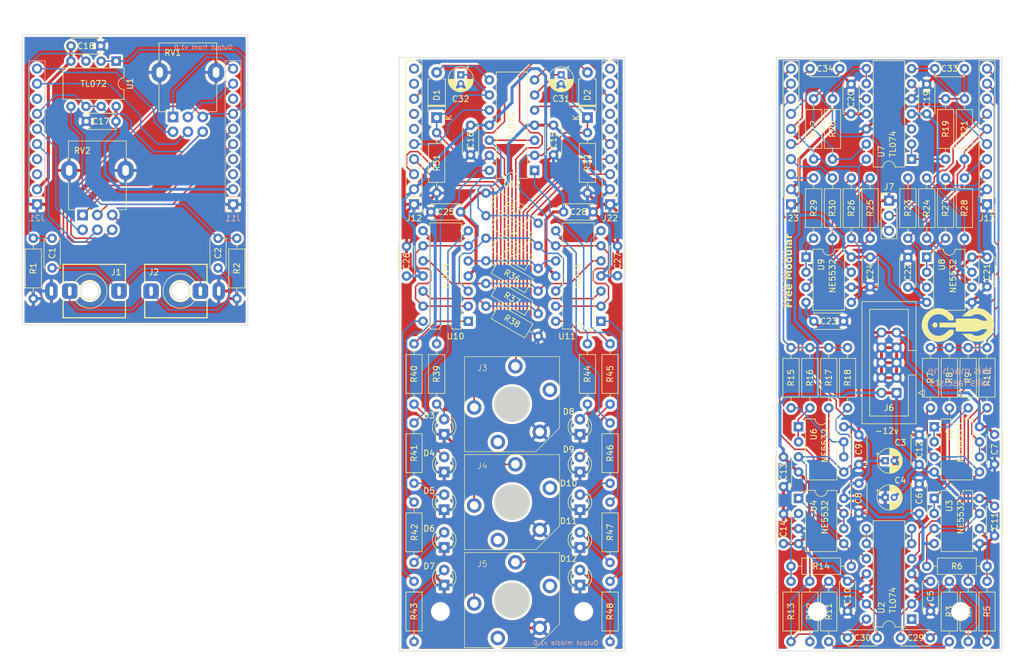
<source format=kicad_pcb>
(kicad_pcb (version 20221018) (generator pcbnew)
  (title_block (title "Output") (date "2024-02-13") (rev "v1.0") (company "Free Modular"))
  (layers (0 "F.Cu" signal) (31 "B.Cu" signal) (34 "B.Paste" user) (35 "F.Paste" user) (36 "B.SilkS" user "B.Silkscreen") (37 "F.SilkS" user "F.Silkscreen") (38 "B.Mask" user) (39 "F.Mask" user) (44 "Edge.Cuts" user))
  (net 0 "")
  (net 1 "Net-(C1-Pad1)")
  (net 2 "Net-(C2-Pad1)")
  (net 3 "/Headphone Amp/POT_L_1")
  (net 4 "/Headphone Amp/POT_R_1")
  (net 5 "Net-(U2B--)")
  (net 6 "/GND_REAR")
  (net 7 "Net-(U2D--)")
  (net 8 "/+12v_REAR")
  (net 9 "Net-(U1A-+)")
  (net 10 "/-12v_REAR")
  (net 11 "/+12v_MAIN")
  (net 12 "Net-(U7B--)")
  (net 13 "/-12v_MAIN")
  (net 14 "Net-(U7D--)")
  (net 15 "/Line Level Amp/POT_L_1")
  (net 16 "Net-(D2-K)")
  (net 17 "Net-(D1-K)")
  (net 18 "Net-(D1-A)")
  (net 19 "Net-(D2-A)")
  (net 20 "Net-(D3-A)")
  (net 21 "Net-(D4-A)")
  (net 22 "Net-(D5-A)")
  (net 23 "Net-(D6-A)")
  (net 24 "Net-(D7-A)")
  (net 25 "Net-(D8-A)")
  (net 26 "Net-(D9-A)")
  (net 27 "Net-(D10-A)")
  (net 28 "/Headphone Amp/L_OUTPUT")
  (net 29 "/Headphone Amp/R_OUTPUT")
  (net 30 "/IO Board/L_IN")
  (net 31 "/IO Board/LINE_POT_L2")
  (net 32 "/IO Board/LINE_POT_L1")
  (net 33 "Net-(U1B-+)")
  (net 34 "/IO Board/HP_POT_L2")
  (net 35 "/IO Board/HP_POT_L1")
  (net 36 "/IO Board/R_IN")
  (net 37 "/IO Board/LINE_POT_R2")
  (net 38 "Net-(U2A--)")
  (net 39 "Net-(U3A--)")
  (net 40 "Net-(U3A-+)")
  (net 41 "Net-(U3B--)")
  (net 42 "Net-(U5A--)")
  (net 43 "Net-(U5B--)")
  (net 44 "Net-(U2C--)")
  (net 45 "Net-(U4A--)")
  (net 46 "Net-(U4B-+)")
  (net 47 "Net-(U6B--)")
  (net 48 "Net-(U6A--)")
  (net 49 "Net-(U4B--)")
  (net 50 "Net-(U7A--)")
  (net 51 "Net-(U7C--)")
  (net 52 "Net-(U8B--)")
  (net 53 "Net-(R24-Pad2)")
  (net 54 "Net-(U9B-+)")
  (net 55 "Net-(R26-Pad2)")
  (net 56 "Net-(U8A--)")
  (net 57 "Net-(U9A--)")
  (net 58 "/IO Board/LINE_POT_R1")
  (net 59 "/GND_MAIN")
  (net 60 "/IO Board/HP_POT_R2")
  (net 61 "/IO Board/HP_POT_R1")
  (net 62 "/+12v_FRONT")
  (net 63 "Net-(R39-Pad1)")
  (net 64 "Net-(R40-Pad1)")
  (net 65 "Net-(R41-Pad1)")
  (net 66 "Net-(R42-Pad1)")
  (net 67 "Net-(R43-Pad1)")
  (net 68 "Net-(R44-Pad1)")
  (net 69 "Net-(R45-Pad1)")
  (net 70 "/Line Level Amp/POT_R_1")
  (net 71 "/GND_FRONT")
  (net 72 "/-12v_FRONT")
  (net 73 "/LINE_POT_L2")
  (net 74 "Net-(D11-A)")
  (net 75 "Net-(D12-A)")
  (net 78 "/LINE_POT_R2")
  (net 80 "Net-(J12-Pin_4)")
  (net 81 "Net-(J12-Pin_3)")
  (net 82 "/HP_OUT_L")
  (net 83 "/HP_OUT_R")
  (net 84 "/Line Level Amp/L_OUT_INVERSE")
  (net 85 "/Line Level Amp/L_OUT_POSITIVE")
  (net 86 "/Line Level Amp/POT_L_2")
  (net 87 "/Headphone Amp/POT_L_2")
  (net 88 "/Line Level Amp/R_OUT_INVERSE")
  (net 89 "/Line Level Amp/R_OUT_POSITIVE")
  (net 90 "/Line Level Amp/POT_R_2")
  (net 91 "/Headphone Amp/POT_R_2")
  (net 92 "/Volume Meter/+6dbu_REF")
  (net 93 "/Volume Meter/+3dbu_REF")
  (net 94 "/Volume Meter/0dbu_REF")
  (net 95 "/Volume Meter/-18dbu_REF")
  (net 98 "Net-(J22-Pin_4)")
  (net 99 "Net-(J22-Pin_3)")
  (net 101 "/IN_L_REAR")
  (net 102 "/IN_R_REAR")
  (net 117 "/Volume Meter/-9dbu_REF")
  (net 118 "Net-(R46-Pad1)")
  (net 119 "Net-(R47-Pad1)")
  (net 120 "Net-(R48-Pad1)")
  (footprint "Capacitor_THT:CP_Radial_D4.0mm_P1.50mm" (layer "F.Cu") (at 193.675 127)
    (fp_text reference "C3")
    (fp_text value "10uF")
  )
  (footprint "Potentiometer_THT:Potentiometer_Alpha_RD902F-40-00D_Dual_Vertical" (layer "F.Cu") (at 58.46 85.605 90)
    (fp_text reference "RV2")
    (fp_text value "50kΩB")
  )
  (footprint "Capacitor_THT:C_Disc_D4.7mm_W2.5mm_P5.00mm" (layer "F.Cu") (at 201.295 152.32 90)
    (fp_text reference "C5")
    (fp_text value "100nF")
  )
  (footprint "Resistor_THT:R_Axial_DIN0207_L6.3mm_D2.5mm_P10.16mm_Horizontal" (layer "F.Cu") (at 114.3 120.65 -90)
    (fp_text reference "R41")
    (fp_text value "10kΩ")
  )
  (footprint "MountingHole:MountingHole_2.7mm_M2.5" (layer "F.Cu") (at 118.745 152.4)
    (fp_text reference "H2" hide)
    (fp_text value "MountingHole")
  )
  (footprint "Resistor_THT:R_Axial_DIN0207_L6.3mm_D2.5mm_P10.16mm_Horizontal" (layer "F.Cu") (at 201.295 118.11 90)
    (fp_text reference "R7")
    (fp_text value "10Ω")
  )
  (footprint "Resistor_THT:R_Axial_DIN0207_L6.3mm_D2.5mm_P10.16mm_Horizontal" (layer "F.Cu") (at 204.47 118.11 90)
    (fp_text reference "R8")
    (fp_text value "10Ω")
  )
  (footprint "Resistor_THT:R_Axial_DIN0207_L6.3mm_D2.5mm_P10.16mm_Horizontal" (layer "F.Cu") (at 126.410591 93.345 -30)
    (fp_text reference "R36")
    (fp_text value "3k6Ω")
  )
  (footprint "Connector_PinHeader_2.54mm:PinHeader_1x10_P2.54mm_Vertical" (layer "F.Cu") (at 210.82 83.82 180)
    (fp_text reference "J13")
    (fp_text value "Conn_01x10_Pin")
  )
  (footprint "Resistor_THT:R_Axial_DIN0207_L6.3mm_D2.5mm_P10.16mm_Horizontal" (layer "F.Cu") (at 126.410591 81.915 -30)
    (fp_text reference "R33")
    (fp_text value "51kΩ")
  )
  (footprint "Potentiometer_THT:Potentiometer_Alpha_RD902F-40-00D_Dual_Vertical" (layer "F.Cu") (at 73.7 69.095 90)
    (fp_text reference "RV1")
    (fp_text value "50kΩB")
  )
  (footprint "Package_DIP:DIP-8_W7.62mm" (layer "F.Cu") (at 179.07 133.35)
    (fp_text reference "U4")
    (fp_text value "NE5532")
  )
  (footprint "LED_THT:LED_D3.0mm" (layer "F.Cu") (at 119.38 122.555 90)
    (fp_text reference "D3")
    (fp_text value "RED")
  )
  (footprint "Resistor_THT:R_Axial_DIN0207_L6.3mm_D2.5mm_P10.16mm_Horizontal" (layer "F.Cu") (at 180.975 118.11 90)
    (fp_text reference "R16")
    (fp_text value "10Ω")
  )
  (footprint "Capacitor_THT:C_Disc_D4.7mm_W2.5mm_P5.00mm" (layer "F.Cu") (at 200.66 63.58 -90)
    (fp_text reference "C19")
    (fp_text value "100nF")
  )
  (footprint "Resistor_THT:R_Axial_DIN0207_L6.3mm_D2.5mm_P10.16mm_Horizontal" (layer "F.Cu") (at 147.32 133.985 -90)
    (fp_text reference "R47")
    (fp_text value "10kΩ")
  )
  (footprint "Capacitor_THT:C_Disc_D4.7mm_W2.5mm_P5.00mm" (layer "F.Cu") (at 189.23 127.635 90)
    (fp_text reference "C9")
    (fp_text value "100nF")
  )
  (footprint "Resistor_THT:R_Axial_DIN0207_L6.3mm_D2.5mm_P10.16mm_Horizontal" (layer "F.Cu") (at 126.410591 89.535 -30)
    (fp_text reference "R35")
    (fp_text value "2k4Ω")
  )
  (footprint "Capacitor_THT:C_Disc_D4.7mm_W2.5mm_P5.00mm" (layer "F.Cu") (at 189.23 135.81 90)
    (fp_text reference "C8")
    (fp_text value "100nF")
  )
  (footprint "Resistor_THT:R_Axial_DIN0207_L6.3mm_D2.5mm_P10.16mm_Horizontal" (layer "F.Cu") (at 184.785 66.04 -90)
    (fp_text reference "R20")
    (fp_text value "2kΩ")
  )
  (footprint "Resistor_THT:R_Axial_DIN0207_L6.3mm_D2.5mm_P10.16mm_Horizontal" (layer "F.Cu") (at 126.410591 85.725 -30)
    (fp_text reference "R34")
    (fp_text value "3k3kΩ")
  )
  (footprint "Resistor_THT:R_Axial_DIN0207_L6.3mm_D2.5mm_P10.16mm_Horizontal" (layer "F.Cu") (at 207.645 118.11 90)
    (fp_text reference "R9")
    (fp_text value "10Ω")
  )
  (footprint "Resistor_THT:R_Axial_DIN0207_L6.3mm_D2.5mm_P10.16mm_Horizontal" (layer "F.Cu") (at 197.485 89.535 90)
    (fp_text reference "R23")
    (fp_text value "10kΩ")
  )
  (footprint "Resistor_THT:R_Axial_DIN0207_L6.3mm_D2.5mm_P10.16mm_Horizontal" (layer "F.Cu") (at 207.01 66.04 -90)
    (fp_text reference "R21")
    (fp_text value "1kΩ")
  )
  (footprint "Resistor_THT:R_Axial_DIN0207_L6.3mm_D2.5mm_P10.16mm_Horizontal" (layer "F.Cu") (at 187.325 118.11 90)
    (fp_text reference "R18")
    (fp_text value "10Ω")
  )
  (footprint "Capacitor_THT:C_Disc_D4.7mm_W2.5mm_P5.00mm" (layer "F.Cu") (at 212.09 127.595 90)
    (fp_text reference "C7")
    (fp_text value "100nF")
  )
  (footprint "Resistor_THT:R_Axial_DIN0207_L6.3mm_D2.5mm_P10.16mm_Horizontal" (layer "F.Cu") (at 147.32 147.32 -90)
    (fp_text reference "R48")
    (fp_text value "10kΩ")
  )
  (footprint "Resistor_THT:R_Axial_DIN0207_L6.3mm_D2.5mm_P10.16mm_Horizontal" (layer "F.Cu") (at 50.165 89.535 -90)
    (fp_text reference "R1")
    (fp_text value "100kΩ")
  )
  (footprint "Diode_THT:D_A-405_P7.62mm_Horizontal" (layer "F.Cu") (at 143.51 69.215 90)
    (fp_text reference "D2")
    (fp_text value "1N4148")
  )
  (footprint "Capacitor_THT:C_Disc_D4.7mm_W2.5mm_P5.00mm" (layer "F.Cu") (at 187.92 68.58 90)
    (fp_text reference "C20")
    (fp_text value "100nF")
  )
  (footprint "Capacitor_THT:C_Disc_D4.7mm_W2.5mm_P5.00mm" (layer "F.Cu") (at 196.255 156.845)
    (fp_text reference "C29")
    (fp_text value "100pF")
  )
  (footprint "Resistor_THT:R_Axial_DIN0207_L6.3mm_D2.5mm_P10.16mm_Horizontal" (layer "F.Cu") (at 177.8 144.78)
    (fp_text reference "R14")
    (fp_text value "1kΩ")
  )
  (footprint "Capacitor_THT:C_Disc_D4.7mm_W2.5mm_P5.00mm" (layer "F.Cu") (at 53.34 94.535 90)
    (fp_text reference "C1")
    (fp_text value "150nF")
  )
  (footprint "Connector_PinHeader_2.54mm:PinHeader_1x10_P2.54mm_Vertical" (layer "F.Cu") (at 114.3 83.82 180)
    (fp_text reference "J12")
    (fp_text value "Conn_01x10_Socket")
  )
  (footprint "Capacitor_THT:C_Disc_D4.7mm_W2.5mm_P5.00mm" (layer "F.Cu") (at 122.134 85.09 180)
    (fp_text reference "C25")
    (fp_text value "100nF")
  )
  (footprint "Resistor_THT:R_Axial_DIN0207_L6.3mm_D2.5mm_P10.16mm_Horizontal" (layer "F.Cu") (at 207.01 89.535 90)
    (fp_text reference "R28")
    (fp_text value "100Ω")
  )
  (footprint "Capacitor_THT:C_Disc_D4.7mm_W2.5mm_P5.00mm" (layer "F.Cu") (at 199.39 130.89 -90)
    (fp_text reference "C6")
    (fp_text value "100nF")
  )
  (footprint "kikit:Board" (layer "F.Cu") (at 121.285 59.055)
    (fp_text reference "B2")
    (fp_text value "Board")
  )
  (footprint "MountingHole:MountingHole_2.7mm_M2.5" (layer "F.Cu") (at 182.245 152.4)
    (fp_text reference "H3" hide)
    (fp_text value "MountingHole")
  )
  (footprint "Resistor_THT:R_Axial_DIN0207_L6.3mm_D2.5mm_P10.16mm_Horizontal" (layer "F.Cu") (at 143.51 71.755 -90)
    (fp_text reference "R32")
    (fp_text value "22kΩ")
  )
  (footprint "Resistor_THT:R_Axial_DIN0207_L6.3mm_D2.5mm_P10.16mm_Horizontal" (layer "F.Cu") (at 184.785 89.535 90)
    (fp_text reference "R30")
    (fp_text value "100Ω")
  )
  (footprint "Capacitor_THT:C_Disc_D4.7mm_W2.5mm_P5.00mm" (layer "F.Cu") (at 212.09 134.66 -90)
    (fp_text reference "C11")
    (fp_text value "100nF")
  )
  (footprint "LED_THT:LED_D3.0mm" (layer "F.Cu") (at 119.38 135.255 90)
    (fp_text reference "D5")
    (fp_text value "GREEN")
  )
  (footprint "Connector_PinHeader_2.54mm:PinHeader_1x10_P2.54mm_Vertical" (layer "F.Cu") (at 147.32 83.82 180)
    (fp_text reference "J22")
    (fp_text value "Conn_01x10_Socket")
  )
  (footprint "MountingHole:MountingHole_2.7mm_M2.5" (layer "F.Cu") (at 142.875 152.4)
    (fp_text reference "H1" hide)
    (fp_text value "MountingHole")
  )
  (footprint "Capacitor_THT:C_Disc_D4.7mm_W2.5mm_P5.00mm" (layer "F.Cu") (at 199.39 127.635 90)
    (fp_text reference "C12")
    (fp_text value "100nF")
  )
  (footprint "FreeModualr:Jack_6.35mm_ACJS-MV" (layer "F.Cu") (at 130.81 133.985)
    (fp_text reference "J4")
    (fp_text value "ACJS-MV-3")
    (fp_circle (center 0 0) (end 3 0) (stroke (width 0.05)) (fill solid) (layer "Edge.Cuts"))
  )
  (footprint "Resistor_THT:R_Axial_DIN0207_L6.3mm_D2.5mm_P10.16mm_Horizontal" (layer "F.Cu") (at 210.82 118.11 90)
    (fp_text reference "R10")
    (fp_text value "10Ω")
  )
  (footprint "Resistor_THT:R_Axial_DIN0207_L6.3mm_D2.5mm_P10.16mm_Horizontal" (layer "F.Cu") (at 187.96 89.535 90)
    (fp_text reference "R26")
    (fp_text value "10kΩ")
  )
  (footprint "Resistor_THT:R_Axial_DIN0207_L6.3mm_D2.5mm_P10.16mm_Horizontal" (layer "F.Cu") (at 180.975 157.48 90)
    (fp_text reference "R12")
    (fp_text value "1kΩ")
  )
  (footprint "Resistor_THT:R_Axial_DIN0207_L6.3mm_D2.5mm_P10.16mm_Horizontal" (layer "F.Cu") (at 147.32 107.315 -90)
    (fp_text reference "R45")
    (fp_text value "10kΩ")
  )
  (footprint "Resistor_THT:R_Axial_DIN0207_L6.3mm_D2.5mm_P10.16mm_Horizontal" (layer "F.Cu") (at 177.8 118.11 90)
    (fp_text reference "R15")
    (fp_text value "10Ω")
  )
  (footprint "Package_DIP:DIP-14_W7.62mm" (layer "F.Cu") (at 134.61 78.105 180)
    (fp_text reference "U12")
    (fp_text value "TL074")
  )
  (footprint "Capacitor_THT:C_Disc_D4.7mm_W2.5mm_P5.00mm" (layer "F.Cu") (at 137.785 70.485 -90)
    (fp_text reference "C15")
    (fp_text value "100nF")
  )
  (footprint "Capacitor_THT:CP_Radial_D4.0mm_P1.50mm" (layer "F.Cu") (at 122.174 62 -90)
    (fp_text reference "C32")
    (fp_text value "10uF")
  )
  (footprint "Resistor_THT:R_Axial_DIN0207_L6.3mm_D2.5mm_P10.16mm_Horizontal" (layer "F.Cu") (at 203.835 76.2 90)
    (fp_text reference "R19")
    (fp_text value "2kΩ")
  )
  (footprint "Capacitor_THT:C_Disc_D4.7mm_W2.5mm_P5.00mm" (layer "F.Cu") (at 113.03 90.885 -90)
    (fp_text reference "C26")
    (fp_text value "100nF")
  )
  (footprint "Capacitor_THT:C_Disc_D4.7mm_W2.5mm_P5.00mm" (layer "F.Cu") (at 197.485 97.75 90)
    (fp_text reference "C22")
    (fp_text value "100nF")
  )
  (footprint "Package_DIP:DIP-8_W7.62mm" (layer "F.Cu") (at 179.07 121.285)
    (fp_text reference "U6")
    (fp_text value "NE5532")
  )
  (footprint "Resistor_THT:R_Axial_DIN0207_L6.3mm_D2.5mm_P10.16mm_Horizontal" (layer "F.Cu") (at 118.11 107.315 -90)
    (fp_text reference "R39")
    (fp_text value "10kΩ")
  )
  (footprint "Resistor_THT:R_Axial_DIN0207_L6.3mm_D2.5mm_P10.16mm_Horizontal" (layer "F.Cu") (at 147.32 120.65 -90)
    (fp_text reference "R46")
    (fp_text value "10kΩ")
  )
  (footprint "Resistor_THT:R_Axial_DIN0207_L6.3mm_D2.5mm_P10.16mm_Horizontal" (layer "F.Cu") (at 84.455 89.535 -90)
    (fp_text reference "R2")
    (fp_text value "100kΩ")
  )
  (footprint "Resistor_THT:R_Axial_DIN0207_L6.3mm_D2.5mm_P10.16mm_Horizontal" (layer "F.Cu") (at 114.3 147.32 -90)
    (fp_text reference "R43")
    (fp_text value "10kΩ")
  )
  (footprint "Capacitor_THT:C_Disc_D4.7mm_W2.5mm_P5.00mm" (layer "F.Cu") (at 186.65 103.505 180)
    (fp_text reference "C23")
    (fp_text value "100nF")
  )
  (footprint "Resistor_THT:R_Axial_DIN0207_L6.3mm_D2.5mm_P10.16mm_Horizontal" (layer "F.Cu") (at 204.47 157.48 90)
    (fp_text reference "R3")
    (fp_text value "2kΩ")
  )
  (footprint "Resistor_THT:R_Axial_DIN0207_L6.3mm_D2.5mm_P10.16mm_Horizontal" (layer "F.Cu") (at 191.135 89.535 90)
    (fp_text reference "R25")
    (fp_text value "10kΩ")
  )
  (footprint "LED_THT:LED_D3.0mm" (layer "F.Cu") (at 142.24 135.255 90)
    (fp_text reference "D10")
    (fp_text value "GREEN")
  )
  (footprint "Connector_PinHeader_2.54mm:PinHeader_1x03_P2.54mm_Vertical" (layer "F.Cu") (at 194.31 83.2)
    (fp_text reference "J7")
    (fp_text value "Conn_01x03_Socket")
  )
  (footprint "FreeModualr:THONKICONN" (layer "F.Cu") (at 59.69 98.425 -90)
    (fp_text reference "J1")
    (fp_text value "THONKICONN")
    (fp_circle (center 0 0) (end -1.5 0) (stroke (width 0.12)) (fill none) (layer "Edge.Cuts"))
  )
  (footprint "Resistor_THT:R_Axial_DIN0207_L6.3mm_D2.5mm_P10.16mm_Horizontal" (layer "F.Cu") (at 177.8 157.48 90)
    (fp_text reference "R13")
    (fp_text value "1kΩ")
  )
  (footprint "Connector_PinHeader_2.54mm:PinHeader_1x10_P2.54mm_Vertical" (layer "F.Cu") (at 177.8 83.82 180)
    (fp_text reference "J23")
    (fp_text value "Conn_01x10_Pin")
  )
  (footprint "Capacitor_THT:C_Disc_D4.7mm_W2.5mm_P5.00mm" (layer "F.Cu") (at 123.825 75.485 90)
    (fp_text reference "C16")
    (fp_text value "100nF")
  )
  (footprint "LED_THT:LED_D3.0mm" (layer "F.Cu") (at 119.38 147.955 90)
    (fp_text reference "D7")
    (fp_text value "GREEN")
  )
  (footprint "Capacitor_THT:C_Disc_D4.7mm_W2.5mm_P5.00mm" (layer "F.Cu") (at 192.325 156.845 180)
    (fp_text reference "C30")
    (fp_text value "100pF")
  )
  (footprint "LED_THT:LED_D3.0mm" (layer "F.Cu") (at 119.38 128.905 90)
    (fp_text reference "D4")
    (fp_text value "AMBER")
  )
  (footprint "Package_DIP:DIP-14_W7.62mm" (layer "F.Cu") (at 123.434 103.51 180)
    (fp_text reference "U10")
    (fp_text value "TL074")
  )
  (footprint "Capacitor_THT:C_Disc_D4.7mm_W2.5mm_P5.00mm" (layer "F.Cu") (at 187.325 147.32 -90)
    (fp_text reference "C10")
    (fp_text value "100nF")
  )
  (footprint "Capacitor_THT:C_Disc_D4.7mm_W2.5mm_P5.00mm" (layer "F.Cu") (at 207.01 60.96 180)
    (fp_text reference "C33")
    (fp_text value "100pF")
  )
  (footprint "Package_DIP:DIP-14_W7.62mm" (layer "F.Cu") (at 198.11 76.2 180)
    (fp_text reference "U7")
    (fp_text value "TL074")
  )
  (footprint "LED_THT:LED_D3.0mm" (layer "F.Cu") (at 142.24 128.905 90)
    (fp_text reference "D9")
    (fp_text value "AMBER")
  )
  (footprint "Resistor_THT:R_Axial_DIN0207_L6.3mm_D2.5mm_P10.16mm_Horizontal" (layer "F.Cu") (at 184.15 157.48 90)
    (fp_text reference "R11")
    (fp_text value "2kΩ")
  )
  (footprint "Resistor_THT:R_Axial_DIN0207_L6.3mm_D2.5mm_P10.16mm_Horizontal" (layer "F.Cu") (at 114.3 133.985 -90)
    (fp_text reference "R42")
    (fp_text value "10kΩ")
  )
  (footprint "Package_DIP:DIP-14_W7.62mm" (layer "F.Cu") (at 198.12 153.67 180)
    (fp_text reference "U2")
    (fp_text value "TL074")
  )
  (footprint "Resistor_THT:R_Axial_DIN0207_L6.3mm_D2.5mm_P10.16mm_Horizontal" (layer "F.Cu") (at 181.61 66.04 -90)
    (fp_text reference "R22")
    (fp_text value "1kΩ")
  )
  (footprint "Resistor_THT:R_Axial_DIN0207_L6.3mm_D2.5mm_P10.16mm_Horizontal" (layer "F.Cu") (at 200.66 89.535 90)
    (fp_text reference "R24")
    (fp_text value "10kΩ")
  )
  (footprint "Capacitor_THT:C_Disc_D4.7mm_W2.5mm_P5.00mm" (layer "F.Cu") (at 148.59 95.845 90)
    (fp_text reference "C27")
    (fp_text value "100nF")
  )
  (footprint "FreeModualr:logo_small" (layer "F.Cu") (at 206.375 104.14)
    (fp_text reference "G1" hide)
    (fp_text value "logo_small" hide)
  )
  (footprint "Package_DIP:DIP-8_W7.62mm" (layer "F.Cu") (at 201.93 133.35)
    (fp_text reference "U3")
    (fp_text value "NE5532")
  )
  (footprint "Resistor_THT:R_Axial_DIN0207_L6.3mm_D2.5mm_P10.16mm_Horizontal" (layer "F.Cu") (at 181.61 89.535 90)
    (fp_text reference "R29")
    (fp_text value "100Ω")
  )
  (footprint "Resistor_THT:R_Axial_DIN0207_L6.3mm_D2.5mm_P10.16mm_Horizontal" (layer "F.Cu") (at 126.410591 100.965 -30)
    (fp_text reference "R38")
    (fp_text value "750Ω")
  )
  (footprint "FreeModualr:Jack_6.35mm_ACJS-MV" (layer "F.Cu") (at 130.81 117.475)
    (fp_text reference "J3")
    (fp_text value "ACJS-MV-3")
    (fp_circle (center 0 0) (end 3 0) (stroke (width 0.05)) (fill solid) (layer "Edge.Cuts"))
  )
  (footprint "FreeModualr:THONKICONN" (layer "F.Cu") (at 74.93 98.425 90)
    (fp_text reference "J2")
    (fp_text value "THONKICONN")
    (fp_circle (center 0 0) (end -1.5 0) (stroke (width 0.12)) (fill none) (layer "Edge.Cuts"))
  )
  (footprint "Resistor_THT:R_Axial_DIN0207_L6.3mm_D2.5mm_P10.16mm_Horizontal" (layer "F.Cu") (at 114.3 107.315 -90)
    (fp_text reference "R40")
    (fp_text value "10kΩ")
  )
  (footprint "Capacitor_THT:C_Disc_D4.7mm_W2.5mm_P5.00mm" (layer "F.Cu") (at 64.095 69.84 180)
    (fp_text reference "C17")
    (fp_text value "100nF")
  )
  (footprint "Connector_IDC:IDC-Header_2x05_P2.54mm_Vertical" (layer "F.Cu") (at 195.58 115.57 180)
    (fp_text reference "J6")
    (fp_text value "Eurorack_2x5_Power")
  )
  (footprint "Package_DIP:DIP-8_W7.62mm" (layer "F.Cu") (at 180.34 92.71)
    (fp_text reference "U9")
    (fp_text value "NE5532")
  )
  (footprint "kikit:Board" (layer "F.Cu") (at 184.785 59.055)
    (fp_text reference "B3")
    (fp_text value "Board")
  )
  (footprint "MountingHole:MountingHole_2.7mm_M2.5" (layer "F.Cu") (at 206.375 152.4)
    (fp_text reference "H4" hide)
    (fp_text value "MountingHole")
  )
  (footprint "Capacitor_THT:C_Disc_D4.7mm_W2.5mm_P5.00mm" (layer "F.Cu") (at 210.82 97.71 90)
    (fp_text reference "C21")
    (fp_text value "100nF")
  )
  (footprint "Resistor_THT:R_Axial_DIN0207_L6.3mm_D2.5mm_P10.16mm_Horizontal" (layer "F.Cu") (at 126.410591 97.155 -30)
    (fp_text reference "R37")
    (fp_text value "1k3Ω")
  )
  (footprint "Capacitor_THT:C_Disc_D4.7mm_W2.5mm_P5.00mm" (layer "F.Cu") (at 61.515 57.14 180)
    (fp_text reference "C18")
    (fp_text value "100nF")
  )
  (footprint "Capacitor_THT:C_Disc_D4.7mm_W2.5mm_P5.00mm" (layer "F.Cu") (at 191.135 92.71 -90)
    (fp_text reference "C24")
    (fp_text value "100nF")
  )
  (footprint "Capacitor_THT:CP_Radial_D4.0mm_P1.50mm" (layer "F.Cu") (at 193.675 133.185)
    (fp_text reference "C4")
    (fp_text value "10uF")
  )
  (footprint "LED_THT:LED_D3.0mm" (layer "F.Cu") (at 119.38 141.605 90)
    (fp_text reference "D6")
    (fp_text value "GREEN")
  )
  (footprint "Capacitor_THT:C_Disc_D4.7mm_W2.5mm_P5.00mm" (layer "F.Cu") (at 176.53 140.97 90)
    (fp_text reference "C14")
    (fp_text value "100nF")
  )
  (footprint "Capacitor_THT:C_Disc_D4.7mm_W2.5mm_P5.00mm" (layer "F.Cu") (at 81.28 94.535 90)
    (fp_text reference "C2")
    (fp_text value "150nF")
  )
  (footprint "Package_DIP:DIP-14_W7.62mm" (layer "F.Cu") (at 145.786 103.505 180)
    (fp_text reference "U11")
    (fp_text value "TL074")
  )
  (footprint "kikit:Board" (layer "F.Cu") (at 56.445 55.245)
    (fp_text reference "B1")
    (fp_text value "Board")
  )
  (footprint "Diode_THT:D_A-405_P7.62mm_Horizontal" (layer "F.Cu") (at 118.11 69.215 90)
    (fp_text reference "D1")
    (fp_text value "1N4148")
  )
  (footprint "Resistor_THT:R_Axial_DIN0207_L6.3mm_D2.5mm_P10.16mm_Horizontal" (layer "F.Cu") (at 207.645 157.48 90)
    (fp_text reference "R4")
    (fp_text value "1kΩ")
  )
  (footprint "Package_DIP:DIP-8_W7.62mm" (layer "F.Cu") (at 201.93 121.285)
    (fp_text reference "U5")
    (fp_text value "NE5532")
  )
  (footprint "Capacitor_THT:C_Disc_D4.7mm_W2.5mm_P5.00mm" (layer "F.Cu") (at 176.53 126.375 -90)
    (fp_text reference "C13")
    (fp_text value "100nF")
  )
  (footprint "Capacitor_THT:C_Disc_D4.7mm_W2.5mm_P5.00mm" (layer "F.Cu") (at 144.486 85.09 180)
    (fp_text reference "C28")
    (fp_text value "100nF")
  )
  (footprint "Resistor_THT:R_Axial_DIN0207_L6.3mm_D2.5mm_P10.16mm_Horizontal" (layer "F.Cu") (at 143.51 107.315 -90)
    (fp_text reference "R44")
    (fp_text value "10kΩ")
  )
  (footprint "Resistor_THT:R_Axial_DIN0207_L6.3mm_D2.5mm_P10.16mm_Horizontal" (layer "F.Cu") (at 118.11 71.755 -90)
    (fp_text reference "R31")
    (fp_text value "22kΩ")
  )
  (footprint "LED_THT:LED_D3.0mm" (layer "F.Cu") (at 142.24 122.555 90)
    (fp_text reference "D8")
    (fp_text value "RED")
  )
  (footprint "Resistor_THT:R_Axial_DIN0207_L6.3mm_D2.5mm_P10.16mm_Horizontal" (layer "F.Cu") (at 210.82 144.78 180)
    (fp_text reference "R6")
    (fp_text value "1kΩ")
  )
  (footprint "LED_THT:LED_D3.0mm" (layer "F.Cu") (at 142.24 147.955 90)
    (fp_text reference "D12")
    (fp_text value "GREEN")
  )
  (footprint "Resistor_THT:R_Axial_DIN0207_L6.3mm_D2.5mm_P10.16mm_Horizontal" (layer "F.Cu") (at 203.835 89.535 90)
    (fp_text reference "R27")
    (fp_text value "100Ω")
  )
  (footprint "FreeModualr:Jack_6.35mm_ACJS-MV" (layer "F.Cu") (at 130.81 150.495)
    (fp_text reference "J5")
    (fp_text value "ACJS-MV-3")
    (fp_circle (center 0 0) (end 3 0) (stroke (width 0.05)) (fill solid) (layer "Edge.Cuts"))
  )
  (footprint "Capacitor_THT:C_Disc_D4.7mm_W2.5mm_P5.00mm" (layer "F.Cu") (at 186.015 60.96 180)
    (fp_text reference "C34")
    (fp_text value "100pF")
  )
  (footprint "Resistor_THT:R_Axial_DIN0207_L6.3mm_D2.5mm_P10.16mm_Horizontal" (layer "F.Cu") (at 210.82 157.48 90)
    (fp_text reference "R5")
    (fp_text value "1kΩ")
  )
  (footprint "Package_DIP:DIP-8_W7.62mm" (layer "F.Cu") (at 200.66 92.71)
    (fp_text reference "U8")
    (fp_text value "NE5532")
  )
  (footprint "LED_THT:LED_D3.0mm" (layer "F.Cu") (at 142.24 141.605 90)
    (fp_text reference "D11")
    (fp_text value "GREEN")
  )
  (footprint "Capacitor_THT:CP_Radial_D4.0mm_P1.50mm" (layer "F.Cu") (at 139.065 62 -90)
    (fp_text reference "C31")
    (fp_text value "10uF")
  )
  (footprint "Package_DIP:DIP-8_W7.62mm" (layer "F.Cu") (at 64.125 59.69 -90)
    (fp_text reference "U1")
    (fp_text value "TL072")
  )
  (footprint "Resistor_THT:R_Axial_DIN0207_L6.3mm_D2.5mm_P10.16mm_Horizontal" (layer "F.Cu") (at 184.15 118.11 90)
    (fp_text reference "R17")
    (fp_text value "10Ω")
  )
  (footprint "Connector_PinHeader_2.54mm:PinHeader_1x10_P2.54mm_Vertical" (layer "B.Cu") (at 83.82 83.82)
    (fp_text reference "J11")
    (fp_text value "Conn_01x10_Pin")
  )
  (footprint "Connector_PinHeader_2.54mm:PinHeader_1x10_P2.54mm_Vertical" (layer "B.Cu") (at 50.8 83.82)
    (fp_text reference "J21")
    (fp_text value "Conn_01x10_Pin")
  )
  (gr_line (start 67.31 55.245) (end 48.31 55.245) (stroke (width 0.1)) (layer "Edge.Cuts"))
  (gr_line (start 149.81 59.055) (end 149.81 159.055) (stroke (width 0.1)) (layer "Edge.Cuts"))
  (gr_line (start 48.31 104.14) (end 86.31 104.14) (stroke (width 0.1)) (layer "Edge.Cuts"))
  (gr_line (start 86.31 55.245) (end 86.31 104.14) (stroke (width 0.1)) (layer "Edge.Cuts"))
  (gr_line (start 194.31 59.055) (end 175.31 59.055) (stroke (width 0.1)) (layer "Edge.Cuts"))
  (gr_line (start 213.31 59.055) (end 194.31 59.055) (stroke (width 0.1)) (layer "Edge.Cuts"))
  (gr_line (start 48.31 55.245) (end 48.31 104.14) (stroke (width 0.1)) (layer "Edge.Cuts"))
  (gr_line (start 149.81 59.055) (end 130.81 59.055) (stroke (width 0.1)) (layer "Edge.Cuts"))
  (gr_line (start 86.31 55.245) (end 67.31 55.245) (stroke (width 0.1)) (layer "Edge.Cuts"))
  (gr_line (start 130.81 59.055) (end 111.81 59.055) (stroke (width 0.1)) (layer "Edge.Cuts"))
  (gr_line (start 111.81 159.055) (end 149.81 159.055) (stroke (width 0.1)) (layer "Edge.Cuts"))
  (gr_line (start 213.31 59.055) (end 213.31 159.055) (stroke (width 0.1)) (layer "Edge.Cuts"))
  (gr_line (start 175.31 59.055) (end 175.31 159.055) (stroke (width 0.1)) (layer "Edge.Cuts"))
  (gr_line (start 111.81 59.055) (end 111.81 159.055) (stroke (width 0.1)) (layer "Edge.Cuts"))
  (gr_line (start 175.31 159.055) (end 213.31 159.055) (stroke (width 0.1)) (layer "Edge.Cuts"))
  (gr_text "Output front v1.0" (at 83.82 57.785) (layer "B.SilkS") (effects (font (size 0.75 0.75) (thickness 0.1125)) (justify left bottom mirror)))
  (gr_text "Output middle v1.0" (at 145.415 158.115) (layer "B.SilkS") (effects (font (size 0.75 0.75) (thickness 0.1125)) (justify left bottom mirror)))
  (gr_text "Output back v1.0" (at 176.414791 101.327935 270) (layer "B.SilkS") (effects (font (size 0.75 0.75) (thickness 0.1125)) (justify left bottom mirror)))
  (gr_text "this machine\nkills fascists" (at 206.208252 114.642863) (layer "B.SilkS") (effects (font (size 1.2 1.2)) (justify bottom mirror)))
  (gr_text "Free Modular" (at 178.179269 101.293318 90) (layer "F.SilkS") (effects (font (size 1.2 1.2) (thickness 0.2) bold) (justify left bottom)))
  (gr_text "-12v" (at 193.95837 121.990911) (layer "F.SilkS") (effects (font (size 1 1))))
  (segment (start 78.31 96.725) (end 76.2 94.615) (width 0.254) (layer "B.Cu") (net 1))
  (segment (start 53.34 94.535) (end 60.72 94.535) (width 0.254) (layer "B.Cu") (net 1))
  (segment (start 60.72 94.535) (end 64.61 98.425) (width 0.254) (layer "B.Cu") (net 1))
  (segment (start 76.2 94.615) (end 68.42 94.615) (width 0.254) (layer "B.Cu") (net 1))
  (segment (start 78.31 98.425) (end 78.31 96.725) (width 0.254) (layer "B.Cu") (net 1))
  (segment (start 68.42 94.615) (end 64.61 98.425) (width 0.254) (layer "B.Cu") (net 1))
  (segment (start 56.31 100.125) (end 57.785 101.6) (width 0.254) (layer "B.Cu") (net 2))
  (segment (start 83.185 99.695) (end 83.185 96.44) (width 0.254) (layer "B.Cu") (net 2))
  (segment (start 66.835 101.6) (end 70.01 98.425) (width 0.254) (layer "B.Cu") (net 2))
  (segment (start 57.785 101.6) (end 66.835 101.6) (width 0.254) (layer "B.Cu") (net 2))
  (segment (start 56.31 98.425) (end 56.31 100.125) (width 0.254) (layer "B.Cu") (net 2))
  (segment (start 70.01 98.585) (end 73.025 101.6) (width 0.254) (layer "B.Cu") (net 2))
  (segment (start 81.28 101.6) (end 83.185 99.695) (width 0.254) (layer "B.Cu") (net 2))
  (segment (start 70.01 98.425) (end 70.01 98.585) (width 0.254) (layer "B.Cu") (net 2))
  (segment (start 73.025 101.6) (end 81.28 101.6) (width 0.254) (layer "B.Cu") (net 2))
  (segment (start 83.185 96.44) (end 81.28 94.535) (width 0.254) (layer "B.Cu") (net 2))
  (segment (start 212.09 113.665) (end 212.09 101.6) (width 0.254) (layer "F.Cu") (net 3))
  (segment (start 209.55 116.205) (end 212.09 113.665) (width 0.254) (layer "F.Cu") (net 3))
  (segment (start 212.725 100.965) (end 212.725 62.865) (width 0.254) (layer "F.Cu") (net 3))
  (segment (start 207.645 120.015) (end 209.55 118.11) (width 0.254) (layer "F.Cu") (net 3))
  (segment (start 209.55 156.21) (end 201.89 156.21) (width 0.254) (layer "F.Cu") (net 3))
  (segment (start 212.725 62.865) (end 210.82 60.96) (width 0.254) (layer "F.Cu") (net 3))
  (segment (start 207.645 147.32) (end 207.645 120.015) (width 0.254) (layer "F.Cu") (net 3))
  (segment (start 212.09 101.6) (end 212.725 100.965) (width 0.254) (layer "F.Cu") (net 3))
  (segment (start 210.82 157.48) (end 209.55 156.21) (width 0.254) (layer "F.Cu") (net 3))
  (segment (start 201.89 156.21) (end 201.255 156.845) (width 0.254) (layer "F.Cu") (net 3))
  (segment (start 209.55 118.11) (end 209.55 116.205) (width 0.254) (layer "F.Cu") (net 3))
  (segment (start 210.82 150.495) (end 207.645 147.32) (width 0.254) (layer "B.Cu") (net 3))
  (segment (start 198.12 153.67) (end 198.12 153.71) (width 0.254) (layer "B.Cu") (net 3))
  (segment (start 210.82 157.48) (end 210.82 150.495) (width 0.254) (layer "B.Cu") (net 3))
  (segment (start 198.12 153.71) (end 201.255 156.845) (width 0.254) (layer "B.Cu") (net 3))
  (segment (start 181.61 126.365) (end 180.34 125.095) (width 0.254) (layer "F.Cu") (net 4))
  (segment (start 180.975 140.335) (end 181.61 139.7) (width 0.254) (layer "F.Cu") (net 4))
  (segment (start 175.895 62.865) (end 177.8 60.96) (width 0.254) (layer "F.Cu") (net 4))
  (segment (start 181.61 139.7) (end 181.61 126.365) (width 0.254) (layer "F.Cu") (net 4))
  (segment (start 178.435 125.095) (end 175.895 122.555) (width 0.254) (layer "F.Cu") (net 4))
  (segment (start 187.325 156.845) (end 186.69 156.21) (width 0.254) (layer "F.Cu") (net 4))
  (segment (start 179.07 156.21) (end 177.8 157.48) (width 0.254) (layer "F.Cu") (net 4))
  (segment (start 175.895 122.555) (end 175.895 62.865) (width 0.254) (layer "F.Cu") (net 4))
  (segment (start 186.69 156.21) (end 179.07 156.21) (width 0.254) (layer "F.Cu") (net 4))
  (segment (start 180.975 147.32) (end 180.975 140.335) (width 0.254) (layer "F.Cu") (net 4))
  (segment (start 180.34 125.095) (end 178.435 125.095) (width 0.254) (layer "F.Cu") (net 4))
  (segment (start 190.5 153.67) (end 187.325 156.845) (width 0.254) (layer "B.Cu") (net 4))
  (segment (start 177.8 157.48) (end 177.8 150.495) (width 0.254) (layer "B.Cu") (net 4))
  (segment (start 177.8 150.495) (end 180.975 147.32) (width 0.254) (layer "B.Cu") (net 4))
  (segment (start 196.85 142.24) (end 198.12 140.97) (width 0.254) (layer "B.Cu") (net 5))
  (segment (start 196.85 154.94) (end 196.85 142.24) (width 0.254) (layer "B.Cu") (net 5))
  (segment (start 203.670001 158.279999) (end 200.189999 158.279999) (width 0.254) (layer "B.Cu") (net 5))
  (segment (start 200.189999 158.279999) (end 196.85 154.94) (width 0.254) (layer "B.Cu") (net 5))
  (segment (start 204.47 157.48) (end 203.670001 158.279999) (width 0.254) (layer "B.Cu") (net 5))
  (segment (start 198.12 138.43) (end 198.12 140.97) (width 0.254) (layer "B.Cu") (net 5))
  (segment (start 193.04 113.03) (end 195.58 113.03) (width 0.508) (layer "F.Cu") (net 6))
  (segment (start 186.65 103.505) (end 187.92 102.235) (width 0.508) (layer "F.Cu") (net 6))
  (segment (start 186.131 78.067) (end 191.732 78.067) (width 0.508) (layer "F.Cu") (net 6))
  (segment (start 191.77 125.095) (end 195.175 125.095) (width 0.508) (layer "F.Cu") (net 6))
  (segment (start 186.65 103.505) (end 185.342 102.197) (width 0.508) (layer "F.Cu") (net 6))
  (segment (start 210.78 140.97) (end 212.09 139.66) (width 0.508) (layer "F.Cu") (net 6))
  (segment (start 178.435 100.927) (end 178.435 86.36) (width 0.508) (layer "F.Cu") (net 6))
  (segment (start 187.96 97.79) (end 191.055 97.79) (width 0.508) (layer "F.Cu") (net 6))
  (segment (start 193.04 113.03) (end 193.04 110.49) (width 0.508) (layer "F.Cu") (net 6))
  (segment (start 191.77 125.095) (end 191.77 118.838208) (width 0.508) (layer "F.Cu") (net 6))
  (segment (start 191.732 78.067) (end 194.31 80.645) (width 0.508) (layer "F.Cu") (net 6))
  (segment (start 191.77 137.16) (end 191.77 135.89) (width 0.508) (layer "F.Cu") (net 6))
  (segment (start 208.28 100.25) (end 210.82 97.71) (width 0.508) (layer "F.Cu") (net 6))
  (segment (start 191.135 114.935) (end 193.04 113.03) (width 0.508) (layer "F.Cu") (net 6))
  (segment (start 189.23 127.635) (end 191.77 127.635) (width 0.508) (layer "F.Cu") (net 6))
  (segment (start 191.77 118.838208) (end 191.135 118.203208) (width 0.508) (layer "F.Cu") (net 6))
  (segment (start 191.77 135.89) (end 191.77 127.635) (width 0.508) (layer "F.Cu") (net 6))
  (segment (start 189.865 98.98) (end 191.135 97.71) (width 0.508) (layer "F.Cu") (net 6))
  (segment (start 191.055 97.79) (end 191.135 97.71) (width 0.508) (layer "F.Cu") (net 6))
  (segment (start 195.5 127) (end 195.175 127) (width 0.508) (layer "F.Cu") (net 6))
  (segment (start 189.865 100.965) (end 189.865 98.98) (width 0.508) (layer "F.Cu") (net 6))
  (segment (start 177.165 138.43) (end 176.53 137.795) (width 0.508) (layer "F.Cu") (net 6))
  (segment (start 186.093 79.916792) (end 186.093 78.105) (width 0.508) (layer "F.Cu") (net 6))
  (segment (start 195.175 129.851) (end 193.675 131.351) (width 0.508) (layer "F.Cu") (net 6))
  (segment (start 195.57 66.045) (end 190.49 71.125) (width 0.508) (layer "F.Cu") (net 6))
  (segment (start 191.135 97.71) (end 192.525 97.71) (width 0.508) (layer "F.Cu") (net 6))
  (segment (start 177.8 85.725) (end 177.8 83.82) (width 0.508) (layer "F.Cu") (net 6))
  (segment (start 176.53 137.795) (end 176.53 135.97) (width 0.508) (layer "F.Cu") (net 6))
  (segment (start 182.189792 83.82) (end 186.093 79.916792) (width 0.508) (layer "F.Cu") (net 6))
  (segment (start 199.39 130.89) (end 195.5 127) (width 0.508) (layer "F.Cu") (net 6))
  (segment (start 185.342 102.197) (end 179.705 102.197) (width 0.508) (layer "F.Cu") (net 6))
  (segment (start 179.07 138.43) (end 177.165 138.43) (width 0.508) (layer "F.Cu") (net 6))
  (segment (start 176.53 135.97) (end 176.53 131.375) (width 0.508) (layer "F.Cu") (net 6))
  (segment (start 193.04 110.49) (end 193.04 107.95) (width 0.508) (layer "F.Cu") (net 6))
  (segment (start 192.405 146.685) (end 192.405 137.795) (width 0.508) (layer "F.Cu") (net 6))
  (segment (start 209.55 140.97) (end 209.55 140.89) (width 0.508) (layer "F.Cu") (net 6))
  (segment (start 195.175 123.755) (end 195.175 123.825) (width 0.508) (layer "F.Cu") (net 6))
  (segment (start 191.77 127.635) (end 191.77 126.365) (width 0.508) (layer "F.Cu") (net 6))
  (segment (start 189.23 135.81) (end 191.69 135.81) (width 0.508) (layer "F.Cu") (net 6))
  (segment (start 187.325 151.765) (end 190.5 148.59) (width 0.508) (layer "F.Cu") (net 6))
  (segment (start 208.28 100.33) (end 208.28 100.25) (width 0.508) (layer "F.Cu") (net 6))
  (segment (start 188.595 102.235) (end 189.865 100.965) (width 0.508) (layer "F.Cu") (net 6))
  (segment (start 192.405 137.795) (end 191.77 137.16) (width 0.508) (layer "F.Cu") (net 6))
  (segment (start 201.295 152.32) (end 201.295 151.765) (width 0.508) (layer "F.Cu") (net 6))
  (segment (start 198.12 148.59) (end 190.5 148.59) (width 0.508) (layer "F.Cu") (net 6))
  (segment (start 195.58 110.49) (end 193.04 110.49) (width 0.508) (layer "F.Cu") (net 6))
  (segment (start 186.093 78.105) (end 186.093 75.522) (width 0.508) (layer "F.Cu") (net 6))
  (segment (start 191.135 118.203208) (end 191.135 114.935) (width 0.508) (layer "F.Cu") (net 6))
  (segment (start 195.58 113.03) (end 195.58 110.49) (width 0.508) (layer "F.Cu") (net 6))
  (segment (start 196.295 122.635) (end 195.175 123.755) (width 0.508) (layer "F.Cu") (net 6))
  (segment (start 195.175 125.095) (end 195.175 123.825) (width 0.508) (layer "F.Cu") (net 6))
  (segment (start 194.31 80.645) (end 194.31 83.2) (width 0.508) (layer "F.Cu") (net 6))
  (segment (start 195.175 127.635) (end 195.175 129.851) (width 0.508) (layer "F.Cu") (net 6))
  (segment (start 193.675 131.351) (end 193.675 133.185) (width 0.508) (layer "F.Cu") (net 6))
  (segment (start 178.435 86.36) (end 177.8 85.725) (width 0.508) (layer "F.Cu") (net 6))
  (segment (start 190.5 148.59) (end 192.405 146.685) (width 0.508) (layer "F.Cu") (net 6))
  (segment (start 187.325 152.32) (end 187.325 151.765) (width 0.508) (layer "F.Cu") (net 6))
  (segment (start 198.11 66.045) (end 195.57 66.045) (width 0.508) (layer "F.Cu") (net 6))
  (segment (start 177.8 83.82) (end 182.189792 83.82) (width 0.508) (layer "F.Cu") (net 6))
  (segment (start 209.55 140.97) (end 210.78 140.97) (width 0.508) (layer "F.Cu") (net 6))
  (segment (start 186.093 75.522) (end 190.49 71.125) (width 0.508) (layer "F.Cu") (net 6))
  (segment (start 187.92 102.235) (end 188.595 102.235) (width 0.508) (layer "F.Cu") (net 6))
  (segment (start 191.77 126.365) (end 191.77 125.095) (width 0.508) (layer "F.Cu") (net 6))
  (segment (start 192.525 97.71) (end 197.485 92.75) (width 0.508) (layer "F.Cu") (net 6))
  (segment (start 195.58 110.49) (end 195.58 107.95) (width 0.508) (layer "F.Cu") (net 6))
  (segment (start 195.58 107.95) (end 193.04 107.95) (width 0.508) (layer "F.Cu") (net 6))
  (segment (start 191.69 135.81) (end 191.77 135.89) (width 0.508) (layer "F.Cu") (net 6))
  (segment (start 179.705 102.197) (end 178.435 100.927) (width 0.508) (layer "F.Cu") (net 6))
  (segment (start 195.175 127.635) (end 195.175 125.095) (width 0.508) (layer "F.Cu") (net 6))
  (segment (start 201.295 151.765) (end 198.12 148.59) (width 0.508) (layer "F.Cu") (net 6))
  (segment (start 196.295 122.635) (end 199.39 122.635) (width 0.508) (layer "F.Cu") (net 6))
  (segment (start 186.093 78.105) (end 186.131 78.067) (width 0.508) (layer "F.Cu") (net 6))
  (segment (start 203.2 100.33) (end 208.28 100.33) (width 0.508) (layer "B.Cu") (net 6))
  (segment (start 191.135 106.045) (end 191.135 104.775) (width 0.508) (layer "B.Cu") (net 6))
  (segment (start 212.09 139.66) (end 212.09 136.525) (width 0.508) (layer "B.Cu") (net 6))
  (segment (start 187.325 142.875) (end 183.515 142.875) (width 0.508) (layer "B.Cu") (net 6))
  (segment (start 207.683 111.76) (end 212.128 116.205) (width 0.508) (layer "B.Cu") (net 6))
  (segment (start 201.295 111.76) (end 207.683 111.76) (width 0.508) (layer "B.Cu") (net 6))
  (segment (start 212.128 93.942) (end 212.128 92.113) (width 0.508) (layer "B.Cu") (net 6))
  (segment (start 183.515 142.875) (end 179.07 138.43) (width 0.508) (layer "B.Cu") (net 6))
  (segment (start 210.82 95.25) (end 212.128 93.942) (width 0.508) (layer "B.Cu") (net 6))
  (segment (start 187.965 71.125) (end 190.49 71.125) (width 0.508) (layer "B.Cu") (net 6))
  (segment (start 212.09 132.659792) (end 212.09 127.595) (width 0.508) (layer "B.Cu") (net 6))
  (segment (start 210.82 97.71) (end 210.82 95.25) (width 0.508) (layer "B.Cu") (net 6))
  (segment (start 191.135 104.775) (end 187.92 104.775) (width 0.508) (layer "B.Cu") (net 6))
  (segment (start 198.755 104.775) (end 198.755 109.22) (width 0.508) (layer "B.Cu") (net 6))
  (segment (start 212.09 136.525) (end 210.782 135.217) (width 0.508) (layer "B.Cu") (net 6))
  (segment (start 188.595 141.605) (end 187.325 142.875) (width 0.508) (layer "B.Cu") (net 6))
  (segment (start 189.23 135.81) (end 188.595 136.445) (width 0.508) (layer "B.Cu") (net 6))
  (segment (start 210.782 121.902792) (end 210.782 123.152) (width 0.508) (layer "B.Cu") (net 6))
  (segment (start 210.782 123.152) (end 212.09 124.46) (width 0.508) (layer "B.Cu") (net 6))
  (segment (start 210.782 133.967792) (end 212.09 132.659792) (width 0.508) (layer "B.Cu") (net 6))
  (segment (start 186.69 64.81) (end 186.69 67.31) (width 0.508) (layer "B.Cu") (net 6))
  (segment (start 200.575 63.58) (end 198.11 66.045) (width 0.508) (layer "B.Cu") (net 6))
  (segment (start 212.09 124.46) (end 212.09 127.595) (width 0.508) (layer "B.Cu") (net 6))
  (segment (start 210.82 90.805) (end 210.82 83.82) (width 0.508) (layer "B.Cu") (net 6))
  (segment (start 200.66 63.58) (end 200.575 63.58) (width 0.508) (layer "B.Cu") (net 6))
  (segment (start 188.595 136.445) (end 188.595 141.605) (width 0.508) (layer "B.Cu") (net 6))
  (segment (start 198.755 104.775) (end 203.2 100.33) (width 0.508) (layer "B.Cu") (net 6))
  (segment (start 192.405 103.505) (end 197.485 103.505) (width 0.508) (layer "B.Cu") (net 6))
  (segment (start 191.135 104.775) (end 192.405 103.505) (width 0.508) (layer "B.Cu") (net 6))
  (segment (start 193.04 107.95) (end 191.135 106.045) (width 0.508) (layer "B.Cu") (net 6))
  (segment (start 198.755 109.22) (end 201.295 111.76) (width 0.508) (layer "B.Cu") (net 6))
  (segment (start 210.782 135.217) (end 210.782 133.967792) (width 0.508) (layer "B.Cu") (net 6))
  (segment (start 186.69 67.31) (end 186.055 67.945) (width 0.508) (layer "B.Cu") (net 6))
  (segment (start 212.128 116.205) (end 212.128 120.556792) (width 0.508) (layer "B.Cu") (net 6))
  (segment (start 197.485 103.505) (end 198.755 104.775) (width 0.508) (layer "B.Cu") (net 6))
  (segment (start 186.055 69.215) (end 187.965 71.125) (width 0.508) (layer "B.Cu") (net 6))
  (segment (start 187.92 63.58) (end 186.69 64.81) (width 0.508) (layer "B.Cu") (net 6))
  (segment (start 186.055 67.945) (end 186.055 69.215) (width 0.508) (layer "B.Cu") (net 6))
  (segment (start 212.128 92.113) (end 210.82 90.805) (width 0.508) (layer "B.Cu") (net 6))
  (segment (start 187.92 104.775) (end 186.65 103.505) (width 0.508) (layer "B.Cu") (net 6))
  (segment (start 212.128 120.556792) (end 210.782 121.902792) (width 0.508) (layer "B.Cu") (net 6))
  (segment (start 192.325 152.955) (end 190.5 151.13) (width 0.254) (layer "F.Cu") (net 7))
  (segment (start 192.325 156.845) (end 192.325 152.955) (width 0.254) (layer "F.Cu") (net 7))
  (segment (start 188.595 149.225) (end 186.055 149.225) (width 0.254) (layer "B.Cu") (net 7))
  (segment (start 184.15 147.32) (end 186.055 149.225) (width 0.254) (layer "B.Cu") (net 7))
  (segment (start 180.975 155.575) (end 180.975 157.48) (width 0.254) (layer "B.Cu") (net 7))
  (segment (start 179.705 151.765) (end 179.705 154.305) (width 0.254) (layer "B.Cu") (net 7))
  (segment (start 184.15 147.32) (end 179.705 151.765) (width 0.254) (layer "B.Cu") (net 7))
  (segment (start 190.5 151.13) (end 188.595 149.225) (width 0.254) (layer "B.Cu") (net 7))
  (segment (start 179.705 154.305) (end 180.975 155.575) (width 0.254) (layer "B.Cu") (net 7))
  (segment (start 208.28 92.71) (end 210.82 92.71) (width 0.508) (layer "F.Cu") (net 8))
  (segment (start 201.295 147.32) (end 199.39 147.32) (width 0.508) (layer "F.Cu") (net 8))
  (segment (start 189.23 122.635) (end 189.23 109.22) (width 0.508) (layer "F.Cu") (net 8))
  (segment (start 205.74 101.6) (end 205.74 95.25) (width 0.508) (layer "F.Cu") (net 8))
  (segment (start 189.23 109.22) (end 193.04 105.41) (width 0.508) (layer "F.Cu") (net 8))
  (segment (start 201.93 105.41) (end 205.74 101.6) (width 0.508) (layer "F.Cu") (net 8))
  (segment (start 209.55 121.285) (end 210.78 121.285) (width 0.508) (layer "F.Cu") (net 8))
  (segment (start 205.74 95.25) (end 208.28 92.71) (width 0.508) (layer "F.Cu") (net 8))
  (segment (start 195.58 105.41) (end 201.93 105.41) (width 0.508) (layer "F.Cu") (net 8))
  (segment (start 183.555 105.41) (end 181.65 103.505) (width 0.508) (layer "F.Cu") (net 8))
  (segment (start 193.04 105.41) (end 195.58 105.41) (width 0.508) (layer "F.Cu") (net 8))
  (segment (start 210.78 121.285) (end 212.09 122.595) (width 0.508) (layer "F.Cu") (net 8))
  (segment (start 193.04 105.41) (end 183.555 105.41) (width 0.508) (layer "F.Cu") (net 8))
  (segment (start 199.39 147.32) (end 198.12 146.05) (width 0.508) (layer "F.Cu") (net 8))
  (segment (start 180.34 102.195) (end 181.65 103.505) (width 0.508) (layer "B.Cu") (net 8))
  (segment (start 198.12 146.05) (end 198.12 145.470208) (width 0.508) (layer "B.Cu") (net 8))
  (segment (start 207.645 115.57) (end 202.565 115.57) (width 0.508) (layer "B.Cu") (net 8))
  (segment (start 186.69 132.08) (end 187.96 130.81) (width 0.508) (layer "B.Cu") (net 8))
  (segment (start 190.8175 124.46) (end 190.8175 127) (width 0.508) (layer "B.Cu") (net 8))
  (segment (start 186.69 133.35) (end 189.23 133.35) (width 0.508) (layer "B.Cu") (net 8))
  (segment (start 187.96 130.81) (end 189.23 130.81) (width 0.508) (layer "B.Cu") (net 8))
  (segment (start 210.82 92.71) (end 209.462 91.352) (width 0.508) (layer "B.Cu") (net 8))
  (segment (start 209.512 117.437) (end 207.645 115.57) (width 0.508) (layer "B.Cu") (net 8))
  (segment (start 202.527 70.447) (end 200.66 68.58) (width 0.508) (layer "B.Cu") (net 8))
  (segment (start 197.485 110.49) (end 197.485 107.315) (width 0.508) (layer "B.Cu") (net 8))
  (segment (start 209.462 82.638) (end 210.82 81.28) (width 0.508) (layer "B.Cu") (net 8))
  (segment (start 200.025 143.565208) (end 200.025 140.97) (width 0.508) (layer "B.Cu") (net 8))
  (segment (start 189.23 133.35) (end 192.0875 136.2075) (width 0.508) (layer "B.Cu") (net 8))
  (segment (start 198.12 145.470208) (end 200.025 143.565208) (width 0.508) (layer "B.Cu") (net 8))
  (segment (start 190.8175 127.635) (end 190.8175 129.2225) (width 0.508) (layer "B.Cu") (net 8))
  (segment (start 193.675 127) (end 190.8175 127) (width 0.508) (layer "B.Cu") (net 8))
  (segment (start 210.82 81.28) (end 203.890208 81.28) (width 0.508) (layer "B.Cu") (net 8))
  (segment (start 200.025 137.795) (end 199.39 137.16) (width 0.508) (layer "B.Cu") (net 8))
  (segment (start 209.512 121.247) (end 209.512 117.437) (width 0.508) (layer "B.Cu") (net 8))
  (segment (start 200.66 68.58) (end 198.115 68.58) (width 0.508) (layer "B.Cu") (net 8))
  (segment (start 200.025 140.97) (end 200.025 137.795) (width 0.508) (layer "B.Cu") (net 8))
  (segment (start 180.34 100.33) (end 180.34 102.195) (width 0.508) (layer "B.Cu") (net 8))
  (segment (start 200.025 140.97) (end 201.93 140.97) (width 0.508) (layer "B.Cu") (net 8))
  (segment (start 190.8175 124.2225) (end 190.8175 124.46) (width 0.508) (layer "B.Cu") (net 8))
  (segment (start 202.565 115.57) (end 197.485 110.49) (width 0.508) (layer "B.Cu") (net 8))
  (segment (start 203.890208 81.28) (end 202.527 79.916792) (width 0.508) (layer "B.Cu") (net 8))
  (segment (start 189.23 122.635) (end 187.88 121.285) (width 0.508) (layer "B.Cu") (net 8))
  (segment (start 186.69 133.35) (end 186.69 132.08) (width 0.508) (layer "B.Cu") (net 8))
  (segment (start 187.88 121.285) (end 186.69 121.285) (width 0.508) (layer "B.Cu") (net 8))
  (segment (start 202.527 79.916792) (end 202.527 70.447) (width 0.508) (layer "B.Cu") (net 8))
  (segment (start 198.115 68.58) (end 198.11 68.585) (width 0.508) (layer "B.Cu") (net 8))
  (segment (start 192.405 136.525) (end 192.0875 136.2075) (width 0.508) (layer "B.Cu") (net 8))
  (segment (start 190.8175 129.2225) (end 189.23 130.81) (width 0.508) (layer "B.Cu") (net 8))
  (segment (start 197.485 107.315) (end 195.58 105.41) (width 0.508) (layer "B.Cu") (net 8))
  (segment (start 199.39 135.89) (end 197.485 135.89) (width 0.508) (layer "B.Cu") (net 8))
  (segment (start 196.85 136.525) (end 192.405 136.525) (width 0.508) (layer "B.Cu") (net 8))
  (segment (start 199.39 137.16) (end 199.39 135.89) (width 0.508) (layer "B.Cu") (net 8))
  (segment (start 197.485 135.89) (end 196.85 136.525) (width 0.508) (layer "B.Cu") (net 8))
  (segment (start 209.55 121.285) (end 209.512 121.247) (width 0.508) (layer "B.Cu") (net 8))
  (segment (start 209.462 91.352) (end 209.462 82.638) (width 0.508) (layer "B.Cu") (net 8))
  (segment (start 190.8175 127) (end 190.8175 127.635) (width 0.508) (layer "B.Cu") (net 8))
  (segment (start 189.23 122.635) (end 190.8175 124.2225) (width 0.508) (layer "B.Cu") (net 8))
  (segment (start 57.775 58.42) (end 59.045 59.69) (width 0.254) (layer "B.Cu") (net 9))
  (segment (start 53.34 89.535) (end 50.165 89.535) (width 0.254) (layer "B.Cu") (net 9))
  (segment (start 50.165 89.535) (end 49.365001 88.735001) (width 0.254) (layer "B.Cu") (net 9))
  (segment (start 49.365001 88.265) (end 49.365001 60.489999) (width 0.254) (layer "B.Cu") (net 9))
  (segment (start 51.435 58.42) (end 57.775 58.42) (width 0.254) (layer "B.Cu") (net 9))
  (segment (start 49.365001 60.489999) (end 51.435 58.42) (width 0.254) (layer "B.Cu") (net 9))
  (segment (start 49.365001 88.735001) (end 49.365001 88.265) (width 0.254) (layer "B.Cu") (net 9))
  (segment (start 209.55 133.35) (end 210.78 133.35) (width 0.508) (layer "F.Cu") (net 10))
  (segment (start 187.92 68.58) (end 190.485 68.58) (width 0.508) (layer "F.Cu") (net 10))
  (segment (start 210.78 133.35) (end 212.09 134.66) (width 0.508) (layer "F.Cu") (net 10))
  (segment (start 187.96 92.71) (end 191.135 92.71) (width 0.508) (layer "F.Cu") (net 10))
  (segment (start 179.02 128.915) (end 180.925 130.82) (width 0.508) (layer "F.Cu") (net 10))
  (segment (start 176.48 126.375) (end 179.02 128.915) (width 0.508) (layer "F.Cu") (net 10))
  (segment (start 187.325 147.32) (end 189.23 147.32) (width 0.508) (layer "F.Cu") (net 10))
  (segment (start 179.158 76.21063) (end 179.158 79.922) (width 0.508) (layer "F.Cu") (net 10))
  (segment (start 180.925 139.115) (end 179.07 140.97) (width 0.508) (layer "F.Cu") (net 10))
  (segment (start 179.07 140.97) (end 176.53 140.97) (width 0.508) (layer "F.Cu") (net 10))
  (segment (start 180.925 130.82) (end 180.925 139.115) (width 0.508) (layer "F.Cu") (net 10))
  (segment (start 195.58 115.57) (end 193.04 115.57) (width 0.508) (layer "F.Cu") (net 10))
  (segment (start 179.158 79.922) (end 177.8 81.28) (width 0.508) (layer "F.Cu") (net 10))
  (segment (start 186.78863 68.58) (end 179.158 76.21063) (width 0.508) (layer "F.Cu") (net 10))
  (segment (start 187.92 68.58) (end 186.78863 68.58) (width 0.508) (layer "F.Cu") (net 10))
  (segment (start 190.485 68.58) (end 190.49 68.585) (width 0.508) (layer "F.Cu") (net 10))
  (segment (start 189.23 147.32) (end 190.5 146.05) (width 0.508) (layer "F.Cu") (net 10))
  (segment (start 182.283 107.353) (end 182.283 116.167) (width 0.508) (layer "B.Cu") (net 10))
  (segment (start 178.435 103.505) (end 182.283 107.353) (width 0.508) (layer "B.Cu") (net 10))
  (segment (start 200.66 128.905) (end 199.39 127.635) (width 0.508) (layer "B.Cu") (net 10))
  (segment (start 186.652 91.402) (end 186.652 89.497) (width 0.508) (layer "B.Cu") (net 10))
  (segment (start 182.245 116.205) (end 186.69 116.205) (width 0.508) (layer "B.Cu") (net 10))
  (segment (start 175.945 124.51) (end 175.945 117.425) (width 0.508) (layer "B.Cu") (net 10))
  (segment (start 182.283 116.167) (end 182.245 116.205) (width 0.508) (layer "B.Cu") (net 10))
  (segment (start 201.93 128.905) (end 200.66 128.905) (width 0.508) (layer "B.Cu") (net 10))
  (segment (start 175.945 117.425) (end 177.165 116.205) (width 0.508) (layer "B.Cu") (net 10))
  (segment (start 187.96 92.71) (end 186.652 91.402) (width 0.508) (layer "B.Cu") (net 10))
  (segment (start 192.405 92.71) (end 191.135 92.71) (width 0.508) (layer "B.Cu") (net 10))
  (segment (start 177.8 81.28) (end 179.158 82.638) (width 0.508) (layer "B.Cu") (net 10))
  (segment (start 182.88 144.78) (end 179.07 140.97) (width 0.508) (layer "B.Cu") (net 10))
  (segment (start 179.158 85.637) (end 179.158 88.812) (width 0.508) (layer "B.Cu") (net 10))
  (segment (start 197.485 129.54) (end 197.485 130.875) (width 0.508) (layer "B.Cu") (net 10))
  (segment (start 187.325 115.57) (end 186.69 116.205) (width 0.508) (layer "B.Cu") (net 10))
  (segment (start 194.31 94.615) (end 192.405 92.71) (width 0.508) (layer "B.Cu") (net 10))
  (segment (start 199.39 127.635) (end 197.485 129.54) (width 0.508) (layer "B.Cu") (net 10))
  (segment (start 182.792 85.637) (end 179.158 85.637) (width 0.508) (layer "B.Cu") (net 10))
  (segment (start 176.53 126.375) (end 176.53 125.095) (width 0.508) (layer "B.Cu") (net 10))
  (segment (start 197.485 100.33) (end 194.31 97.155) (width 0.508) (layer "B.Cu") (net 10))
  (segment (start 179.158 82.638) (end 179.158 85.637) (width 0.508) (layer "B.Cu") (net 10))
  (segment (start 176.53 125.095) (end 175.945 124.51) (width 0.508) (layer "B.Cu") (net 10))
  (segment (start 194.31 97.155) (end 194.31 94.615) (width 0.508) (layer "B.Cu") (net 10))
  (segment (start 200.66 100.33) (end 197.485 100.33) (width 0.508) (layer "B.Cu") (net 10))
  (segment (start 193.04 115.57) (end 187.325 115.57) (width 0.508) (layer "B.Cu") (net 10))
  (segment (start 195.58 115.57) (end 195.58 123.825) (width 0.508) (layer "B.Cu") (net 10))
  (segment (start 197.485 97.75) (end 198.08 97.75) (width 0.508) (layer "B.Cu") (net 10))
  (segment (start 193.04 115.59) (end 193.04 115.57) (width 0.508) (layer "B.Cu") (net 10))
  (segment (start 177.165 116.205) (end 182.245 116.205) (width 0.508) (layer "B.Cu") (net 10))
  (segment (start 198.08 97.75) (end 200.66 100.33) (width 0.508) (layer "B.Cu") (net 10))
  (segment (start 206.375 133.35) (end 201.93 128.905) (width 0.508) (layer "B.Cu") (net 10))
  (segment (start 178.435 89.535) (end 178.435 103.505) (width 0.508) (layer "B.Cu") (net 10))
  (segment (start 195.58 123.825) (end 199.39 127.635) (width 0.508) (layer "B.Cu") (net 10))
  (segment (start 209.55 133.35) (end 206.375 133.35) (width 0.508) (layer "B.Cu") (net 10))
  (segment (start 179.158 88.812) (end 178.435 89.535) (width 0.508) (layer "B.Cu") (net 10))
  (segment (start 187.325 147.32) (end 184.785 144.78) (width 0.508) (layer "B.Cu") (net 10))
  (segment (start 184.785 144.78) (end 182.88 144.78) (width 0.508) (layer "B.Cu") (net 10))
  (segment (start 197.485 130.875) (end 195.175 133.185) (width 0.508) (layer "B.Cu") (net 10))
  (segment (start 186.652 89.497) (end 182.792 85.637) (width 0.508) (layer "B.Cu") (net 10))
  (segment (start 122.134 85.09) (end 124.742 87.698) (width 0.508) (layer "F.Cu") (net 11))
  (segment (start 122.134 85.09) (end 125.309 81.915) (width 0.508) (layer "F.Cu") (net 11))
  (segment (start 124.742 87.698) (end 124.742 94.577) (width 0.508) (layer "F.Cu") (net 11))
  (segment (start 124.742 94.577) (end 123.434 95.885) (width 0.508) (layer "F.Cu") (net 11))
  (segment (start 125.309 81.915) (end 126.410591 81.915) (width 0.508) (layer "F.Cu") (net 11))
  (segment (start 137.785 70.485) (end 134.615 70.485) (width 0.508) (layer "F.Cu") (net 11))
  (segment (start 133.345 70.49) (end 130.175 73.66) (width 0.508) (layer "B.Cu") (net 11))
  (segment (start 146.085 95.845) (end 146.04 95.89) (width 0.508) (layer "B.Cu") (net 11))
  (segment (start 143.51 77.47) (end 143.51 76.2) (width 0.508) (layer "B.Cu") (net 11))
  (segment (start 128.27 81.915) (end 130.175 80.01) (width 0.508) (layer "B.Cu") (net 11))
  (segment (start 147.282 87.592) (end 145.962 86.272) (width 0.508) (layer "B.Cu") (net 11))
  (segment (start 134.615 70.485) (end 134.61 70.49) (width 0.508) (layer "B.Cu") (net 11))
  (segment (start 145.962 82.638) (end 147.32 81.28) (width 0.508) (layer "B.Cu") (net 11))
  (segment (start 147.32 81.28) (end 143.51 77.47) (width 0.508) (layer "B.Cu") (net 11))
  (segment (start 145.542 95.89) (end 147.282 94.15) (width 0.508) (layer "B.Cu") (net 11))
  (segment (start 130.175 80.01) (end 130.175 73.66) (width 0.508) (layer "B.Cu") (net 11))
  (segment (start 145.962 86.272) (end 145.962 82.638) (width 0.508) (layer "B.Cu") (net 11))
  (segment (start 148.59 95.845) (end 146.085 95.845) (width 0.508) (layer "B.Cu") (net 11))
  (segment (start 134.61 70.49) (end 133.345 70.49) (width 0.508) (layer "B.Cu") (net 11))
  (segment (start 147.282 94.15) (end 147.282 87.592) (width 0.508) (layer "B.Cu") (net 11))
  (segment (start 126.410591 81.915) (end 128.27 81.915) (width 0.508) (layer "B.Cu") (net 11))
  (segment (start 143.5 76.2) (end 137.785 70.485) (width 0.508) (layer "B.Cu") (net 11))
  (segment (start 143.51 76.2) (end 143.5 76.2) (width 0.508) (layer "B.Cu") (net 11))
  (segment (start 200.645 66.04) (end 198.11 63.505) (width 0.254) (layer "F.Cu") (net 12))
  (segment (start 207.01 66.04) (end 203.835 66.04) (width 0.254) (layer "F.Cu") (net 12))
  (segment (start 203.835 66.04) (end 200.645 66.04) (width 0.254) (layer "F.Cu") (net 12))
  (segment (start 207.01 60.96) (end 207.01 66.04) (width 0.254) (layer "B.Cu") (net 12))
  (segment (start 136.525 86.36) (end 136.525 94.244) (width 0.508) (layer "F.Cu") (net 13))
  (segment (start 113.585 95.885) (end 113.03 96.44) (width 0.508) (layer "F.Cu") (net 13))
  (segment (start 136.525 94.244) (end 138.166 95.885) (width 0.508) (layer "F.Cu") (net 13))
  (segment (start 139.486 85.09) (end 137.795 85.09) (width 0.508) (layer "F.Cu") (net 13))
  (segment (start 137.795 85.09) (end 136.525 86.36) (width 0.508) (layer "F.Cu") (net 13))
  (segment (start 135.255 60.96) (end 133.985 60.96) (width 0.508) (layer "B.Cu") (net 13))
  (segment (start 114.338 94.409) (end 114.338 93.98) (width 0.508) (layer "B.Cu") (net 13))
  (segment (start 130.81 64.135) (end 130.81 66.665) (width 0.508) (layer "B.Cu") (net 13))
  (segment (start 115.814 95.885) (end 113.03 95.885) (width 0.508) (layer "B.Cu") (net 13))
  (segment (start 112.445 85.737) (end 114.338 87.63) (width 0.508) (layer "B.Cu") (net 13))
  (segment (start 114.3 81.28) (end 112.445 83.135) (width 0.508) (layer "B.Cu") (net 13))
  (segment (start 139.486 85.09) (end 139.486 82.336) (width 0.508) (layer "B.Cu") (net 13))
  (segment (start 136.477 79.327) (end 136.477 62.182) (width 0.508) (layer "B.Cu") (net 13))
  (segment (start 136.477 62.182) (end 135.255 60.96) (width 0.508) (layer "B.Cu") (net 13))
  (segment (start 133.985 60.96) (end 130.81 64.135) (width 0.508) (layer "B.Cu") (net 13))
  (segment (start 114.338 87.63) (end 114.338 93.98) (width 0.508) (layer "B.Cu") (net 13))
  (segment (start 139.486 82.336) (end 136.477 79.327) (width 0.508) (layer "B.Cu") (net 13))
  (segment (start 112.445 83.135) (end 112.445 85.737) (width 0.508) (layer "B.Cu") (net 13))
  (segment (start 116.205 79.375) (end 114.3 81.28) (width 0.508) (layer "B.Cu") (net 13))
  (segment (start 123.825 70.485) (end 126.985 70.485) (width 0.508) (layer "B.Cu") (net 13))
  (segment (start 123.825 70.485) (end 116.205 78.105) (width 0.508) (layer "B.Cu") (net 13))
  (segment (start 116.205 78.105) (end 116.205 79.375) (width 0.508) (layer "B.Cu") (net 13))
  (segment (start 130.81 66.665) (end 126.99 70.485) (width 0.508) (layer "B.Cu") (net 13))
  (segment (start 126.985 70.485) (end 126.99 70.49) (width 0.508) (layer "B.Cu") (net 13))
  (segment (start 115.814 95.885) (end 114.338 94.409) (width 0.508) (layer "B.Cu") (net 13))
  (segment (start 181.61 66.04) (end 186.015 61.635) (width 0.254) (layer "F.Cu") (net 14))
  (segment (start 186.015 61.635) (end 186.015 60.96) (width 0.254) (layer "F.Cu") (net 14))
  (segment (start 181.61 71.12) (end 184.785 74.295) (width 0.254) (layer "B.Cu") (net 14))
  (segment (start 187.955 76.2) (end 190.49 73.665) (width 0.254) (layer "B.Cu") (net 14))
  (segment (start 184.785 74.295) (end 184.785 76.2) (width 0.254) (layer "B.Cu") (net 14))
  (segment (start 181.61 66.04) (end 181.61 71.12) (width 0.254) (layer "B.Cu") (net 14))
  (segment (start 184.785 76.2) (end 187.955 76.2) (width 0.254) (layer "B.Cu") (net 14))
  (segment (start 197.485 89.535) (end 205.829 81.191) (width 0.254) (layer "F.Cu") (net 15))
  (segment (start 205.829 81.191) (end 205.829 78.74) (width 0.254) (layer "F.Cu") (net 15))
  (segment (start 207.01 76.2) (end 207.01 74.93) (width 0.254) (layer "F.Cu") (net 15))
  (segment (start 207.01 74.93) (end 210.82 71.12) (width 0.254) (layer "F.Cu") (net 15))
  (segment (start 207.01 76.2) (end 207.01 77.559) (width 0.254) (layer "F.Cu") (net 15))
  (segment (start 207.01 77.559) (end 205.829 78.74) (width 0.254) (layer "F.Cu") (net 15))
  (segment (start 199.39 96.52) (end 199.39 91.44) (width 0.254) (layer "B.Cu") (net 15))
  (segment (start 210.82 71.12) (end 209.617919 71.12) (width 0.254) (layer "B.Cu") (net 15))
  (segment (start 200.66 97.79) (end 199.39 96.52) (width 0.254) (layer "B.Cu") (net 15))
  (segment (start 202.01 60.96) (end 198.115 60.96) (width 0.254) (layer "B.Cu") (net 15))
  (segment (start 209.617919 71.12) (end 205.74 67.242081) (width 0.254) (layer "B.Cu") (net 15))
  (segment (start 199.39 91.44) (end 197.485 89.535) (width 0.254) (layer "B.Cu") (net 15))
  (segment (start 205.74 66.04) (end 202.01 62.31) (width 0.254) (layer "B.Cu") (net 15))
  (segment (start 198.115 60.96) (end 198.11 60.965) (width 0.254) (layer "B.Cu") (net 15))
  (segment (start 202.01 62.31) (end 202.01 60.96) (width 0.254) (layer "B.Cu") (net 15))
  (segment (start 205.74 67.242081) (end 205.74 66.04) (width 0.254) (layer "B.Cu") (net 15))
  (segment (start 147.066 97.663) (end 147.066 99.685) (width 0.254) (layer "F.Cu") (net 16))
  (segment (start 145.034 94.615) (end 144.526 95.123) (width 0.254) (layer "F.Cu") (net 16))
  (segment (start 145.786 90.805) (end 147.056 92.075) (width 0.254) (layer "F.Cu") (net 16))
  (segment (start 146.558 94.615) (end 145.034 94.615) (width 0.254) (layer "F.Cu") (net 16))
  (segment (start 134.61 75.565) (end 135.89 75.565) (width 0.254) (layer "F.Cu") (net 16))
  (segment (start 145.034 97.155) (end 146.558 97.155) (width 0.254) (layer "F.Cu") (net 16))
  (segment (start 139.7 71.755) (end 143.51 71.755) (width 0.254) (layer "F.Cu") (net 16))
  (segment (start 138.015 62) (end 139.065 62) (width 0.254) (layer "F.Cu") (net 16))
  (segment (start 134.61 65.405) (end 138.015 62) (width 0.254) (layer "F.Cu") (net 16))
  (segment (start 143.51 71.755) (end 143.51 69.215) (width 0.254) (layer "F.Cu") (net 16))
  (segment (start 144.526 96.647) (end 145.034 97.155) (width 0.254) (layer "F.Cu") (net 16))
  (segment (start 147.066 92.075) (end 147.066 94.107) (width 0.254) (layer "F.Cu") (net 16))
  (segment (start 144.526 95.123) (end 144.526 96.647) (width 0.254) (layer "F.Cu") (net 16))
  (segment (start 135.89 75.565) (end 139.7 71.755) (width 0.254) (layer "F.Cu") (net 16))
  (segment (start 147.056 92.075) (end 147.066 92.075) (width 0.254) (layer "F.Cu") (net 16))
  (segment (start 145.786 100.965) (end 138.166 100.965) (width 0.254) (layer "F.Cu") (net 16))
  (segment (start 146.558 97.155) (end 147.066 97.663) (width 0.254) (layer "F.Cu") (net 16))
  (segment (start 138.166 90.805) (end 145.786 90.805) (width 0.254) (layer "F.Cu") (net 16))
  (segment (start 147.066 94.107) (end 146.558 94.615) (width 0.254) (layer "F.Cu") (net 16))
  (segment (start 147.066 99.685) (end 145.786 100.965) (width 0.254) (layer "F.Cu") (net 16))
  (segment (start 133.355 75.57) (end 133.35 75.565) (width 0.254) (layer "B.Cu") (net 16))
  (segment (start 140.97 63.905) (end 139.065 62) (width 0.254) (layer "B.Cu") (net 16))
  (segment (start 136.525 85.725) (end 136.525 89.413) (width 0.254) (layer "B.Cu") (net 16))
  (segment (start 136.525 89.413) (end 137.922 90.81) (width 0.254) (layer "B.Cu") (net 16))
  (segment (start 134.61 75.57) (end 133.355 75.57) (width 0.254) (layer "B.Cu") (net 16))
  (segment (start 133.35 75.565) (end 132.08 76.835) (width 0.254) (layer "B.Cu") (net 16))
  (segment (start 132.08 81.28) (end 136.525 85.725) (width 0.254) (layer "B.Cu") (net 16))
  (segment (start 143.51 69.215) (end 140.97 66.675) (width 0.254) (layer "B.Cu") (net 16))
  (segment (start 140.97 66.675) (end 140.97 63.905) (width 0.254) (layer "B.Cu") (net 16))
  (segment (start 132.08 76.835) (end 132.08 81.28) (width 0.254) (layer "B.Cu") (net 16))
  (segment (start 126.99 75.57) (end 126.37 75.57) (width 0.254) (layer "F.Cu") (net 17))
  (segment (start 117.094 96.647) (end 116.586 97.155) (width 0.254) (layer "F.Cu") (net 17))
  (segment (start 115.814 100.965) (end 119.634 100.965) (width 0.254) (layer "F.Cu") (net 17))
  (segment (start 125.725 76.835) (end 123.19 76.835) (width 0.254) (layer "F.Cu") (net 17))
  (segment (start 123.434 90.805) (end 119.634 90.805) (width 0.254) (layer "F.Cu") (net 17))
  (segment (start 115.062 94.615) (end 116.586 94.615) (width 0.254) (layer "F.Cu") (net 17))
  (segment (start 126.99 75.57) (end 125.725 76.835) (width 0.254) (layer "F.Cu") (net 17))
  (segment (start 123.19 76.835) (end 118.11 71.755) (width 0.254) (layer "F.Cu") (net 17))
  (segment (start 115.062 97.155) (end 114.554 97.663) (width 0.254) (layer "F.Cu") (net 17))
  (segment (start 116.586 94.615) (end 117.094 95.123) (width 0.254) (layer "F.Cu") (net 17))
  (segment (start 114.554 97.663) (end 114.554 99.705) (width 0.254) (layer "F.Cu") (net 17))
  (segment (start 114.554 92.065) (end 114.554 94.107) (width 0.254) (layer "F.Cu") (net 17))
  (segment (start 114.554 94.107) (end 115.062 94.615) (width 0.254) (layer "F.Cu") (net 17))
  (segment (start 116.586 97.155) (end 115.062 97.155) (width 0.254) (layer "F.Cu") (net 17))
  (segment (start 119.634 90.805) (end 115.814 90.805) (width 0.254) (layer "F.Cu") (net 17))
  (segment (start 115.814 90.805) (end 114.554 92.065) (width 0.254) (layer "F.Cu") (net 17))
  (segment (start 114.554 99.705) (end 115.814 100.965) (width 0.254) (layer "F.Cu") (net 17))
  (segment (start 119.634 100.965) (end 123.434 100.965) (width 0.254) (layer "F.Cu") (net 17))
  (segment (start 117.094 95.123) (end 117.094 96.647) (width 0.254) (layer "F.Cu") (net 17))
  (segment (start 125.73 79.375) (end 127.635 79.375) (width 0.254) (layer "B.Cu") (net 17))
  (segment (start 123.825 81.28) (end 125.73 79.375) (width 0.254) (layer "B.Cu") (net 17))
  (segment (start 123.825 62.23) (end 123.595 62) (width 0.254) (layer "B.Cu") (net 17))
  (segment (start 123.595 62) (end 122.174 62) (width 0.254) (layer "B.Cu") (net 17))
  (segment (start 127.635 79.375) (end 128.27 78.74) (width 0.254) (layer "B.Cu") (net 17))
  (segment (start 123.825 86.203813) (end 123.825 81.28) (width 0.254) (layer "B.Cu") (net 17))
  (segment (start 123.434 90.805) (end 125.095 89.144) (width 0.254) (layer "B.Cu") (net 17))
  (segment (start 126.99 65.41) (end 123.825 62.245) (width 0.254) (layer "B.Cu") (net 17))
  (segment (start 126.99 65.405) (end 123.19 65.405) (width 0.254) (layer "B.Cu") (net 17))
  (segment (start 118.11 68.58) (end 118.11 71.755) (width 0.254) (layer "B.Cu") (net 17))
  (segment (start 128.27 78.74) (end 128.27 76.845) (width 0.254) (layer "B.Cu") (net 17))
  (segment (start 125.095 89.144) (end 125.095 87.473813) (width 0.254) (layer "B.Cu") (net 17))
  (segment (start 123.19 65.405) (end 120.015 68.58) (width 0.254) (layer "B.Cu") (net 17))
  (segment (start 123.825 62.245) (end 123.825 62.23) (width 0.254) (layer "B.Cu") (net 17))
  (segment (start 125.095 87.473813) (end 123.825 86.203813) (width 0.254) (layer "B.Cu") (net 17))
  (segment (start 120.015 68.58) (end 118.11 68.58) (width 0.254) (layer "B.Cu") (net 17))
  (segment (start 128.27 76.845) (end 126.99 75.565) (width 0.254) (layer "B.Cu") (net 17))
  (segment (start 124.699 60.579) (end 126.99 62.87) (width 0.254) (layer "B.Cu") (net 18))
  (segment (start 119.126 60.579) (end 124.699 60.579) (width 0.254) (layer "B.Cu") (net 18))
  (segment (start 118.11 61.595) (end 119.126 60.579) (width 0.254) (layer "B.Cu") (net 18))
  (segment (start 137.15 60.325) (end 142.24 60.325) (width 0.254) (layer "F.Cu") (net 19))
  (segment (start 142.24 60.325) (end 143.51 61.595) (width 0.254) (layer "F.Cu") (net 19))
  (segment (start 134.61 62.865) (end 137.15 60.325) (width 0.254) (layer "F.Cu") (net 19))
  (segment (start 119.38 118.745) (end 119.38 120.015) (width 0.254) (layer "B.Cu") (net 20))
  (segment (start 118.11 117.475) (end 119.38 118.745) (width 0.254) (layer "B.Cu") (net 20))
  (segment (start 116.84 120.015) (end 114.3 117.475) (width 0.254) (layer "F.Cu") (net 21))
  (segment (start 119.38 126.365) (end 116.84 123.825) (width 0.254) (layer "F.Cu") (net 21))
  (segment (start 116.84 123.825) (end 116.84 120.015) (width 0.254) (layer "F.Cu") (net 21))
  (segment (start 117.475 132.715) (end 115.57 130.81) (width 0.254) (layer "B.Cu") (net 22))
  (segment (start 115.57 130.81) (end 114.3 130.81) (width 0.254) (layer "B.Cu") (net 22))
  (segment (start 119.38 132.715) (end 117.475 132.715) (width 0.254) (layer "B.Cu") (net 22))
  (segment (start 114.3 144.145) (end 119.38 139.065) (width 0.254) (layer "B.Cu") (net 23))
  (segment (start 114.3 157.48) (end 114.3 150.495) (width 0.254) (layer "B.Cu") (net 24))
  (segment (start 114.3 150.495) (end 119.38 145.415) (width 0.254) (layer "B.Cu") (net 24))
  (segment (start 143.51 118.745) (end 143.51 117.475) (width 0.254) (layer "B.Cu") (net 25))
  (segment (start 142.24 120.015) (end 143.51 118.745) (width 0.254) (layer "B.Cu") (net 25))
  (segment (start 144.78 123.825) (end 144.78 120.015) (width 0.254) (layer "F.Cu") (net 26))
  (segment (start 142.24 126.365) (end 144.78 123.825) (width 0.254) (layer "F.Cu") (net 26))
  (segment (start 144.78 120.015) (end 147.32 117.475) (width 0.254) (layer "F.Cu") (net 26))
  (segment (start 142.24 132.715) (end 144.145 132.715) (width 0.254) (layer "B.Cu") (net 27))
  (segment (start 146.05 130.81) (end 147.32 130.81) (width 0.254) (layer "B.Cu") (net 27))
  (segment (start 144.145 132.715) (end 146.05 130.81) (width 0.254) (layer "B.Cu") (net 27))
  (segment (start 210.82 106.68) (end 210.82 107.95) (width 0.254) (layer "B.Cu") (net 28))
  (segment (start 212.09 95.885) (end 212.09 105.41) (width 0.254) (layer "B.Cu") (net 28))
  (segment (start 212.763 90.843) (end 212.763 95.212) (width 0.254) (layer "B.Cu") (net 28))
  (segment (start 201.295 107.95) (end 204.47 107.95) (width 0.254) (layer "B.Cu") (net 28))
  (segment (start 212.09 67.31) (end 212.09 90.17) (width 0.254) (layer "B.Cu") (net 28))
  (segment (start 212.09 90.17) (end 212.763 90.843) (width 0.254) (layer "B.Cu") (net 28))
  (segment (start 210.82 107.95) (end 207.645 107.95) (width 0.254) (layer "B.Cu") (net 28))
  (segment (start 210.82 66.04) (end 212.09 67.31) (width 0.254) (layer "B.Cu") (net 28))
  (segment (start 212.09 105.41) (end 210.82 106.68) (width 0.254) (layer "B.Cu") (net 28))
  (segment (start 207.645 107.95) (end 204.47 107.95) (width 0.254) (layer "B.Cu") (net 28))
  (segment (start 212.763 95.212) (end 212.09 95.885) (width 0.254) (layer "B.Cu") (net 28))
  (segment (start 180.975 107.95) (end 184.15 107.95) (width 0.254) (layer "F.Cu") (net 29))
  (segment (start 176.53 67.31) (end 177.8 66.04) (width 0.254) (layer "B.Cu") (net 29))
  (segment (start 177.8 107.95) (end 180.975 107.95) (width 0.254) (layer "B.Cu") (net 29))
  (segment (start 177.8 107.95) (end 176.53 106.68) (width 0.254) (layer "B.Cu") (net 29))
  (segment (start 184.15 107.95) (end 187.325 107.95) (width 0.254) (layer "B.Cu") (net 29))
  (segment (start 176.53 106.68) (end 176.53 67.31) (width 0.254) (layer "B.Cu") (net 29))
  (segment (start 55.245 83.185) (end 55.245 89.535) (width 0.254) (layer "F.Cu") (net 30))
  (segment (start 55.245 89.535) (end 56.515 90.805) (width 0.254) (layer "F.Cu") (net 30))
  (segment (start 71.12 67.31) (end 55.245 83.185) (width 0.254) (layer "F.Cu") (net 30))
  (segment (start 65.405 87.55) (end 65.405 88.9) (width 0.254) (layer "F.Cu") (net 30))
  (segment (start 63.5 90.805) (end 56.515 90.805) (width 0.254) (layer "F.Cu") (net 30))
  (segment (start 78.7 69.095) (end 76.915 67.31) (width 0.254) (layer "F.Cu") (net 30))
  (segment (start 65.405 88.9) (end 63.5 90.805) (width 0.254) (layer "F.Cu") (net 30))
  (segment (start 76.915 67.31) (end 71.12 67.31) (width 0.254) (layer "F.Cu") (net 30))
  (segment (start 63.46 85.605) (end 65.405 87.55) (width 0.254) (layer "F.Cu") (net 30))
  (segment (start 83.82 68.58) (end 85.725 66.675) (width 0.254) (layer "B.Cu") (net 30))
  (segment (start 84.455 57.785) (end 67.945 57.785) (width 0.254) (layer "B.Cu") (net 30))
  (segment (start 85.725 66.675) (end 85.725 59.055) (width 0.254) (layer "B.Cu") (net 30))
  (segment (start 85.725 59.055) (end 84.455 57.785) (width 0.254) (layer "B.Cu") (net 30))
  (segment (start 79.215 68.58) (end 78.7 69.095) (width 0.254) (layer "B.Cu") (net 30))
  (segment (start 67.945 57.785) (end 66.04 59.69) (width 0.254) (layer "B.Cu") (net 30))
  (segment (start 66.04 59.69) (end 64.125 59.69) (width 0.254) (layer "B.Cu") (net 30))
  (segment (start 64.125 59.69) (end 61.585 59.69) (width 0.254) (layer "B.Cu") (net 30))
  (segment (start 83.82 68.58) (end 79.215 68.58) (width 0.254) (layer "B.Cu") (net 30))
  (segment (start 73.66 83.82) (end 62.745 83.82) (width 0.254) (layer "F.Cu") (net 31))
  (segment (start 83.82 73.66) (end 73.66 83.82) (width 0.254) (layer "F.Cu") (net 31))
  (segment (start 62.745 83.82) (end 60.96 85.605) (width 0.254) (layer "F.Cu") (net 31))
  (segment (start 72.43 82.51) (end 83.82 71.12) (width 0.254) (layer "F.Cu") (net 32))
  (segment (start 58.46 85.605) (end 61.555 82.51) (width 0.254) (layer "F.Cu") (net 32))
  (segment (start 61.555 82.51) (end 72.43 82.51) (width 0.254) (layer "F.Cu") (net 32))
  (segment (start 61.595 83.82) (end 75.565 83.82) (width 0.254) (layer "B.Cu") (net 33))
  (segment (start 58.42 72.39) (end 58.42 80.645) (width 0.254) (layer "B.Cu") (net 33))
  (segment (start 56.505 67.31) (end 56.505 70.475) (width 0.254) (layer "B.Cu") (net 33))
  (segment (start 56.505 70.475) (end 58.42 72.39) (width 0.254) (layer "B.Cu") (net 33))
  (segment (start 84.455 89.535) (end 81.28 89.535) (width 0.254) (layer "B.Cu") (net 33))
  (segment (start 75.565 83.82) (end 81.28 89.535) (width 0.254) (layer "B.Cu") (net 33))
  (segment (start 58.42 80.645) (end 61.595 83.82) (width 0.254) (layer "B.Cu") (net 33))
  (segment (start 83.82 63.5) (end 80.645 66.675) (width 0.254) (layer "B.Cu") (net 34))
  (segment (start 78.62 66.675) (end 76.2 69.095) (width 0.254) (layer "B.Cu") (net 34))
  (segment (start 80.645 66.675) (end 78.62 66.675) (width 0.254) (layer "B.Cu") (net 34))
  (segment (start 81.915 59.055) (end 79.375 59.055) (width 0.254) (layer "B.Cu") (net 35))
  (segment (start 73.7 64.73) (end 73.7 69.095) (width 0.254) (layer "B.Cu") (net 35))
  (segment (start 83.82 60.96) (end 81.915 59.055) (width 0.254) (layer "B.Cu") (net 35))
  (segment (start 79.375 59.055) (end 73.7 64.73) (width 0.254) (layer "B.Cu") (net 35))
  (segment (start 56.515 84.455) (end 56.515 88.9) (width 0.254) (layer "F.Cu") (net 36))
  (segment (start 63.46 88.105) (end 62.03 89.535) (width 0.254) (layer "F.Cu") (net 36))
  (segment (start 62.03 89.535) (end 57.15 89.535) (width 0.254) (layer "F.Cu") (net 36))
  (segment (start 78.7 71.595) (end 69.65 80.645) (width 0.254) (layer "F.Cu") (net 36))
  (segment (start 60.325 80.645) (end 56.515 84.455) (width 0.254) (layer "F.Cu") (net 36))
  (segment (start 56.515 88.9) (end 57.15 89.535) (width 0.254) (layer "F.Cu") (net 36))
  (segment (start 69.65 80.645) (end 60.325 80.645) (width 0.254) (layer "F.Cu") (net 36))
  (segment (start 53.975 65.405) (end 50.8 68.58) (width 0.254) (layer "B.Cu") (net 36))
  (segment (start 59.045 67.31) (end 57.14 65.405) (width 0.254) (layer "B.Cu") (net 36))
  (segment (start 78.7 71.595) (end 75.365 74.93) (width 0.254) (layer "B.Cu") (net 36))
  (segment (start 65.405 68.58) (end 66.675 69.85) (width 0.254) (layer "B.Cu") (net 36))
  (segment (start 66.675 71.12) (end 70.485 74.93) (width 0.254) (layer "B.Cu") (net 36))
  (segment (start 61.585 67.31) (end 59.045 67.31) (width 0.254) (layer "B.Cu") (net 36))
  (segment (start 75.365 74.93) (end 70.485 74.93) (width 0.254) (layer "B.Cu") (net 36))
  (segment (start 61.585 67.31) (end 62.855 68.58) (width 0.254) (layer "B.Cu") (net 36))
  (segment (start 66.675 69.85) (end 66.675 71.12) (width 0.254) (layer "B.Cu") (net 36))
  (segment (start 62.855 68.58) (end 65.405 68.58) (width 0.254) (layer "B.Cu") (net 36))
  (segment (start 57.14 65.405) (end 53.975 65.405) (width 0.254) (layer "B.Cu") (net 36))
  (segment (start 52.705 85.725) (end 57.15 90.17) (width 0.254) (layer "B.Cu") (net 37))
  (segment (start 57.15 90.17) (end 58.895 90.17) (width 0.254) (layer "B.Cu") (net 37))
  (segment (start 50.8 73.66) (end 52.705 75.565) (width 0.254) (layer "B.Cu") (net 37))
  (segment (start 52.705 75.565) (end 52.705 85.725) (width 0.254) (layer "B.Cu") (net 37))
  (segment (start 58.895 90.17) (end 60.96 88.105) (width 0.254) (layer "B.Cu") (net 37))
  (segment (start 196.255 156.845) (end 196.255 152.995) (width 0.254) (layer "F.Cu") (net 38))
  (segment (start 196.255 152.995) (end 198.12 151.13) (width 0.254) (layer "F.Cu") (net 38))
  (segment (start 202.565 149.225) (end 204.47 147.32) (width 0.254) (layer "B.Cu") (net 38))
  (segment (start 200.025 149.225) (end 202.565 149.225) (width 0.254) (layer "B.Cu") (net 38))
  (segment (start 198.12 151.13) (end 200.025 149.225) (width 0.254) (layer "B.Cu") (net 38))
  (segment (start 208.915 151.765) (end 204.47 147.32) (width 0.254) (layer "B.Cu") (net 38))
  (segment (start 208.915 154.305) (end 208.915 151.765) (width 0.254) (layer "B.Cu") (net 38))
  (segment (start 207.645 155.575) (end 208.915 154.305) (width 0.254) (layer "B.Cu") (net 38))
  (segment (start 207.645 157.48) (end 207.645 155.575) (width 0.254) (layer "B.Cu") (net 38))
  (segment (start 201.93 133.35) (end 204.47 130.81) (width 0.254) (layer "F.Cu") (net 39))
  (segment (start 204.47 130.81) (end 204.47 118.11) (width 0.254) (layer "F.Cu") (net 39))
  (segment (start 201.93 135.89) (end 201.93 133.35) (width 0.254) (layer "B.Cu") (net 39))
  (segment (start 208.28 130.175) (end 209.55 128.905) (width 0.254) (layer "F.Cu") (net 40))
  (segment (start 208.28 134.62) (end 208.28 130.175) (width 0.254) (layer "F.Cu") (net 40))
  (segment (start 200.749 125.184) (end 200.749 118.656) (width 0.254) (layer "F.Cu") (net 40))
  (segment (start 200.66 139.7) (end 201.93 138.43) (width 0.254) (layer "F.Cu") (net 40))
  (segment (start 200.66 144.78) (end 200.66 139.7) (width 0.254) (layer "F.Cu") (net 40))
  (segment (start 209.55 135.89) (end 208.28 134.62) (width 0.254) (layer "F.Cu") (net 40))
  (segment (start 200.749 118.656) (end 201.295 118.11) (width 0.254) (layer "F.Cu") (net 40))
  (segment (start 201.93 126.365) (end 200.749 125.184) (width 0.254) (layer "F.Cu") (net 40))
  (segment (start 201.93 138.43) (end 207.01 138.43) (width 0.254) (layer "B.Cu") (net 40))
  (segment (start 207.01 126.365) (end 209.55 128.905) (width 0.254) (layer "B.Cu") (net 40))
  (segment (start 207.01 138.43) (end 209.55 135.89) (width 0.254) (layer "B.Cu") (net 40))
  (segment (start 201.93 126.365) (end 207.01 126.365) (width 0.254) (layer "B.Cu") (net 40))
  (segment (start 210.82 147.32) (end 210.82 144.78) (width 0.254) (layer "B.Cu") (net 41))
  (segment (start 210.82 139.7) (end 209.55 138.43) (width 0.254) (layer "B.Cu") (net 41))
  (segment (start 210.82 144.78) (end 210.82 139.7) (width 0.254) (layer "B.Cu") (net 41))
  (segment (start 201.93 121.285) (end 201.93 123.825) (width 0.254) (layer "B.Cu") (net 42))
  (segment (start 201.93 121.285) (end 204.47 121.285) (width 0.254) (layer "B.Cu") (net 42))
  (segment (start 204.47 121.285) (end 207.645 118.11) (width 0.254) (layer "B.Cu") (net 42))
  (segment (start 210.82 118.11) (end 208.28 120.65) (width 0.254) (layer "F.Cu") (net 43))
  (segment (start 208.28 122.555) (end 209.55 123.825) (width 0.254) (layer "F.Cu") (net 43))
  (segment (start 208.28 120.65) (end 208.28 122.555) (width 0.254) (layer "F.Cu") (net 43))
  (segment (start 209.55 126.365) (end 209.55 123.825) (width 0.254) (layer "B.Cu") (net 43))
  (segment (start 191.77 154.94) (end 191.77 142.24) (width 0.254) (layer "B.Cu") (net 44))
  (segment (start 185.217 158.547) (end 188.163 158.547) (width 0.254) (layer "B.Cu") (net 44))
  (segment (start 184.15 157.48) (end 185.217 158.547) (width 0.254) (layer "B.Cu") (net 44))
  (segment (start 188.163 158.547) (end 191.77 154.94) (width 0.254) (layer "B.Cu") (net 44))
  (segment (start 190.5 140.97) (end 190.5 138.43) (width 0.254) (layer "B.Cu") (net 44))
  (segment (start 191.77 142.24) (end 190.5 140.97) (width 0.254) (layer "B.Cu") (net 44))
  (segment (start 177.8 144.78) (end 177.8 137.16) (width 0.254) (layer "B.Cu") (net 45))
  (segment (start 177.8 137.16) (end 179.07 135.89) (width 0.254) (layer "B.Cu") (net 45))
  (segment (start 177.8 144.78) (end 177.8 147.32) (width 0.254) (layer "B.Cu") (net 45))
  (segment (start 187.96 142.24) (end 186.69 140.97) (width 0.254) (layer "F.Cu") (net 46))
  (segment (start 187.96 144.78) (end 187.96 142.24) (width 0.254) (layer "F.Cu") (net 46))
  (segment (start 186.69 140.97) (end 179.07 133.35) (width 0.254) (layer "B.Cu") (net 46))
  (segment (start 180.34 127.695) (end 180.34 132.08) (width 0.254) (layer "B.Cu") (net 46))
  (segment (start 186.69 128.905) (end 187.96 127.635) (width 0.254) (layer "B.Cu") (net 46))
  (segment (start 186.055 122.555) (end 187.325 122.555) (width 0.254) (layer "B.Cu") (net 46))
  (segment (start 180.34 132.08) (end 179.07 133.35) (width 0.254) (layer "B.Cu") (net 46))
  (segment (start 185.42 121.92) (end 186.055 122.555) (width 0.254) (layer "B.Cu") (net 46))
  (segment (start 187.96 127.635) (end 187.96 123.19) (width 0.254) (layer "B.Cu") (net 46))
  (segment (start 187.325 118.11) (end 185.42 120.015) (width 0.254) (layer "B.Cu") (net 46))
  (segment (start 179.02 126.375) (end 180.34 127.695) (width 0.254) (layer "B.Cu") (net 46))
  (segment (start 187.325 122.555) (end 187.96 123.19) (width 0.254) (layer "B.Cu") (net 46))
  (segment (start 184.15 126.365) (end 186.69 128.905) (width 0.254) (layer "B.Cu") (net 46))
  (segment (start 185.42 120.015) (end 185.42 121.92) (width 0.254) (layer "B.Cu") (net 46))
  (segment (start 179.07 126.365) (end 184.15 126.365) (width 0.254) (layer "B.Cu") (net 46))
  (segment (start 186.69 123.825) (end 186.69 126.365) (width 0.254) (layer "B.Cu") (net 47))
  (segment (start 184.785 123.825) (end 179.07 118.11) (width 0.254) (layer "B.Cu") (net 47))
  (segment (start 186.69 123.825) (end 184.785 123.825) (width 0.254) (layer "B.Cu") (net 47))
  (segment (start 179.07 118.11) (end 177.8 118.11) (width 0.254) (layer "B.Cu") (net 47))
  (segment (start 179.02 121.295) (end 179.02 120.065) (width 0.254) (layer "F.Cu") (net 48))
  (segment (start 179.02 121.295) (end 179.02 123.835) (width 0.254) (layer "F.Cu") (net 48))
  (segment (start 179.02 120.065) (end 180.975 118.11) (width 0.254) (layer "F.Cu") (net 48))
  (segment (start 184.15 133.35) (end 184.15 118.11) (width 0.254) (layer "F.Cu") (net 49))
  (segment (start 186.69 135.89) (end 184.15 133.35) (width 0.254) (layer "F.Cu") (net 49))
  (segment (start 186.69 138.43) (end 186.69 135.89) (width 0.254) (layer "B.Cu") (net 49))
  (segment (start 198.11 76.205) (end 203.83 76.205) (width 0.254) (layer "F.Cu") (net 50))
  (segment (start 203.83 76.205) (end 203.835 76.2) (width 0.254) (layer "F.Cu") (net 50))
  (segment (start 198.11 76.205) (end 198.11 73.665) (width 0.254) (layer "B.Cu") (net 50))
  (segment (start 188.59 60.965) (end 190.49 60.965) (width 0.254) (layer "B.Cu") (net 51))
  (segment (start 184.785 66.04) (end 184.785 64.77) (width 0.254) (layer "B.Cu") (net 51))
  (segment (start 184.785 64.77) (end 188.59 60.965) (width 0.254) (layer "B.Cu") (net 51))
  (segment (start 190.49 60.965) (end 190.49 63.505) (width 0.254) (layer "B.Cu") (net 51))
  (segment (start 200.66 86.36) (end 197.485 83.185) (width 0.254) (layer "B.Cu") (net 52))
  (segment (start 204.47 93.345) (end 204.47 93.98) (width 0.254) (layer "B.Cu") (net 52))
  (segment (start 200.66 89.535) (end 200.66 86.36) (width 0.254) (layer "B.Cu") (net 52))
  (segment (start 197.485 83.185) (end 197.485 79.375) (width 0.254) (layer "B.Cu") (net 52))
  (segment (start 204.47 93.98) (end 208.28 97.79) (width 0.254) (layer "B.Cu") (net 52))
  (segment (start 200.66 89.535) (end 204.47 93.345) (width 0.254) (layer "B.Cu") (net 52))
  (segment (start 207.01 85.725) (end 200.66 79.375) (width 0.254) (layer "B.Cu") (net 53))
  (segment (start 207.01 93.98) (end 207.01 89.535) (width 0.254) (layer "B.Cu") (net 53))
  (segment (start 208.28 95.25) (end 207.01 93.98) (width 0.254) (layer "B.Cu") (net 53))
  (segment (start 207.01 89.535) (end 207.01 85.725) (width 0.254) (layer "B.Cu") (net 53))
  (segment (start 187.96 89.535) (end 187.96 82.55) (width 0.254) (layer "F.Cu") (net 54))
  (segment (start 187.96 82.55) (end 191.135 79.375) (width 0.254) (layer "F.Cu") (net 54))
  (segment (start 187.96 100.33) (end 189.23 99.06) (width 0.254) (layer "B.Cu") (net 54))
  (segment (start 189.23 99.06) (end 189.23 90.805) (width 0.254) (layer "B.Cu") (net 54))
  (segment (start 189.23 90.805) (end 187.96 89.535) (width 0.254) (layer "B.Cu") (net 54))
  (segment (start 187.96 79.375) (end 184.785 82.55) (width 0.254) (layer "F.Cu") (net 55))
  (segment (start 184.785 82.55) (end 184.785 89.535) (width 0.254) (layer "F.Cu") (net 55))
  (segment (start 187.96 95.25) (end 184.785 92.075) (width 0.254) (layer "B.Cu") (net 55))
  (segment (start 184.785 92.075) (end 184.785 89.535) (width 0.254) (layer "B.Cu") (net 55))
  (segment (start 200.66 92.71) (end 203.835 89.535) (width 0.254) (layer "F.Cu") (net 56))
  (segment (start 200.66 95.25) (end 200.66 92.71) (width 0.254) (layer "B.Cu") (net 56))
  (segment (start 180.34 92.71) (end 180.34 90.805) (width 0.254) (layer "B.Cu") (net 57))
  (segment (start 180.34 95.25) (end 180.34 92.71) (width 0.254) (layer "B.Cu") (net 57))
  (segment (start 180.34 90.805) (end 181.61 89.535) (width 0.254) (layer "B.Cu") (net 57))
  (segment (start 50.8 71.12) (end 53.975 74.295) (width 0.254) (layer "B.Cu") (net 58))
  (segment (start 57.625 88.105) (end 58.46 88.105) (width 0.254) (layer "B.Cu") (net 58))
  (segment (start 53.975 74.295) (end 53.975 84.455) (width 0.254) (layer "B.Cu") (net 58))
  (segment (start 53.975 84.455) (end 57.625 88.105) (width 0.254) (layer "B.Cu") (net 58))
  (segment (start 147.282 94.907) (end 148.59 93.599) (width 0.508) (layer "F.Cu") (net 59))
  (segment (start 146.685 149.225) (end 147.32 149.225) (width 0.508) (layer "F.Cu") (net 59))
  (segment (start 149.175 98.629) (end 147.282 96.736) (width 0.508) (layer "F.Cu") (net 59))
  (segment (start 133.35 85.17342) (end 141.05342 77.47) (width 0.254) (layer "F.Cu") (net 59))
  (segment (start 140.589 122.555) (end 140.589 128.905) (width 0.508) (layer "F.Cu") (net 59))
  (segment (start 112.483 135.293) (end 112.445 135.255) (width 0.508) (layer "F.Cu") (net 59))
  (segment (start 147.32 149.225) (end 148.59 149.225) (width 0.508) (layer "F.Cu") (net 59))
  (segment (start 142.24 147.955) (end 140.97 147.955) (width 0.508) (layer "F.Cu") (net 59))
  (segment (start 112.445 128.905) (end 112.445 135.255) (width 0.508) (layer "F.Cu") (net 59))
  (segment (start 130.81 78.105) (end 130.556 77.851) (width 0.254) (layer "F.Cu") (net 59))
  (segment (start 125.73 125.64658) (end 121.92 121.83658) (width 0.254) (layer "F.Cu") (net 59))
  (segment (start 114.3 83.82) (end 116.205 83.82) (width 0.508) (layer "F.Cu") (net 59))
  (segment (start 123.825 154.305) (end 119.38 149.86) (width 0.508) (layer "F.Cu") (net 59))
  (segment (start 128.27 79.375) (end 125.73 79.375) (width 0.254) (layer "F.Cu") (net 59))
  (segment (start 133.35 107.95) (end 133.35 85.17342) (width 0.254) (layer "F.Cu") (net 59))
  (segment (start 145.415 135.255) (end 146.05 135.89) (width 0.508) (layer "F.Cu") (net 59))
  (segment (start 125.73 79.375) (end 125.095 78.74) (width 0.254) (layer "F.Cu") (net 59))
  (segment (start 119.38 128.905) (end 112.445 128.905) (width 0.508) (layer "F.Cu") (net 59))
  (segment (start 149.175 135.89) (end 149.175 128.905) (width 0.508) (layer "F.Cu") (net 59))
  (segment (start 149.175 147.955) (end 149.175 141.605) (width 0.508) (layer "F.Cu") (net 59))
  (segment (start 125.73 125.73) (end 125.73 125.64658) (width 0.254) (layer "F.Cu") (net 59))
  (segment (start 119.38 141.605) (end 112.445 141.605) (width 0.508) (layer "F.Cu") (net 59))
  (segment (start 148.59 90.845) (end 148.59 93.599) (width 0.508) (layer "F.Cu") (net 59))
  (segment (start 113.068 145.453) (end 116.878 145.453) (width 0.508) (layer "F.Cu") (net 59))
  (segment (start 147.32 83.82) (end 145.415 83.82) (width 0.508) (layer "F.Cu") (net 59))
  (segment (start 145.415 84.161) (end 145.415 83.82) (width 0.508) (layer "F.Cu") (net 59))
  (segment (start 114.347 96.52) (end 114.347 95.25) (width 0.508) (layer "F.Cu") (net 59))
  (segment (start 148.59 149.225) (end 149.175 148.64) (width 0.508) (layer "F.Cu") (net 59))
  (segment (start 148.59 85.09) (end 147.32 83.82) (width 0.508) (layer "F.Cu") (net 59))
  (segment (start 128.27 104.775) (end 128.27 81.915) (width 0.254) (layer "F.Cu") (net 59))
  (segment (start 112.445 141.605) (end 112.445 144.83) (width 0.508) (layer "F.Cu") (net 59))
  (segment (start 119.38 135.255) (end 119.342 135.293) (width 0.508) (layer "F.Cu") (net 59))
  (segment (start 121.285 72.945) (end 121.92 73.58) (width 0.508) (layer "F.Cu") (net 59))
  (segment (start 128.905 154.305) (end 123.825 154.305) (width 0.508) (layer "F.Cu") (net 59))
  (segment (start 120.65 128.905) (end 121.285 128.27) (width 0.508) (layer "F.Cu") (net 59))
  (segment (start 121.285 128.27) (end 121.285 124.46) (width 0.508) (layer "F.Cu") (net 59))
  (segment (start 113.03 85.09) (end 114.3 83.82) (width 0.508) (layer "F.Cu") (net 59))
  (segment (start 140.589 128.905) (end 142.24 128.905) (width 0.508) (layer "F.Cu") (net 59))
  (segment (start 119.38 149.86) (end 119.38 147.955) (width 0.508) (layer "F.Cu") (net 59))
  (segment (start 132.715 83.82) (end 132.715 83.185) (width 0.254) (layer "F.Cu") (net 59))
  (segment (start 114.347 95.25) (end 114.3 95.25) (width 0.508) (layer "F.Cu") (net 59))
  (segment (start 130.81 78.105) (end 130.81 109.22) (width 0.254) (layer "F.Cu") (net 59))
  (segment (start 122.174 63.5) (end 121.285 64.389) (width 0.508) (layer "F.Cu") (net 59))
  (segment (start 132.08 84.455) (end 132.715 83.82) (width 0.254) (layer "F.Cu") (net 59))
  (segment (start 147.282 96.736) (end 147.282 94.907) (width 0.508) (layer "F.Cu") (net 59))
  (segment (start 145.415 83.82) (end 143.51 81.915) (width 0.508) (layer "F.Cu") (net 59))
  (segment (start 113.03 93.98) (end 113.03 90.885) (width 0.508) (layer "F.Cu") (net 59))
  (segment (start 121.285 64.389) (end 121.285 72.945) (width 0.508) (layer "F.Cu") (net 59))
  (segment (start 116.205 84.161) (end 116.205 83.82) (width 0.508) (layer "F.Cu") (net 59))
  (segment (start 112.445 98.422) (end 114.347 96.52) (width 0.508) (layer "F.Cu") (net 59))
  (segment (start 149.175 141.351) (end 149.175 135.89) (width 0.508) (layer "F.Cu") (net 59))
  (segment (start 142.24 135.255) (end 145.415 135.255) (width 0.508) (layer "F.Cu") (net 59))
  (segment (start 139.065 149.86) (end 140.97 147.955) (width 0.508) (layer "F.Cu") (net 59))
  (segment (start 119.38 128.905) (end 120.65 128.905) (width 0.508) (layer "F.Cu") (net 59))
  (segment (start 132.08 84.455) (end 132.08 108.585) (width 0.254) (layer "F.Cu") (net 59))
  (segment (start 149.175 128.905) (end 149.175 98.629) (width 0.508) (layer "F.Cu") (net 59))
  (segment (start 141.05342 77.47) (end 141.605 77.47) (width 0.254) (layer "F.Cu") (net 59))
  (segment (start 114.3 95.25) (end 113.03 93.98) (width 0.508) (layer "F.Cu") (net 59))
  (segment (start 135.48 155.165) (end 139.065 151.58) (width 0.508) (layer "F.Cu") (net 59))
  (segment (start 142.24 128.905) (end 149.175 128.905) (width 0.508) (layer "F.Cu") (net 59))
  (segment (start 149.175 148.64) (end 149.175 147.955) (width 0.508) (layer "F.Cu") (net 59))
  (segment (start 129.54 106.045) (end 129.54 80.645) (width 0.254) (layer "F.Cu") (net 59))
  (segment (start 139.065 151.58) (end 139.065 149.86) (width 0.508) (layer "F.Cu") (net 59))
  (segment (start 123.825 75.485) (end 121.92 73.58) (width 0.508) (layer "F.Cu") (net 59))
  (segment (start 142.24 147.955) (end 145.415 147.955) (width 0.508) (layer "F.Cu") (net 59))
  (segment (start 117.134 85.09) (end 116.205 84.161) (width 0.508) (layer "F.Cu") (net 59))
  (segment (start 116.205 83.82) (end 118.11 81.915) (width 0.508) (layer "F.Cu") (net 59))
  (segment (start 112.445 135.255) (end 112.445 141.605) (width 0.508) (layer "F.Cu") (net 59))
  (segment (start 135.48 155.165) (end 129.765 155.165) (width 0.508) (layer "F.Cu") (net 59))
  (segment (start 142.24 141.605) (end 149.175 141.605) (width 0.508) (layer "F.Cu") (net 59))
  (segment (start 145.415 147.955) (end 146.685 149.225) (width 0.508) (layer "F.Cu") (net 59))
  (segment (start 112.445 144.83) (end 113.068 145.453) (width 0.508) (layer "F.Cu") (net 59))
  (segment (start 121.285 124.46) (end 119.38 122.555) (width 0.508) (layer "F.Cu") (net 59))
  (segment (start 149.175 141.605) (end 149.175 141.351) (width 0.508) (layer "F.Cu") (net 59))
  (segment (start 142.24 148.59) (end 142.24 147.955) (width 0.508) (layer "F.Cu") (net 59))
  (segment (start 121.92 111.125) (end 128.27 104.775) (width 0.254) (layer "F.Cu") (net 59))
  (segment (start 119.342 135.293) (end 112.483 135.293) (width 0.508) (layer "F.Cu") (net 59))
  (segment (start 116.878 145.453) (end 119.38 147.955) (width 0.508) (layer "F.Cu") (net 59))
  (segment (start 142.24 122.555) (end 140.589 122.555) (width 0.508) (layer "F.Cu") (net 59))
  (segment (start 146.05 135.89) (end 149.175 135.89) (width 0.508) (layer "F.Cu") (net 59))
  (segment (start 148.59 90.845) (end 148.59 85.09) (width 0.508) (layer "F.Cu") (net 59))
  (segment (start 129.765 155.165) (end 128.905 154.305) (width 0.508) (layer "F.Cu") (net 59))
  (segment (start 112.445 122.555) (end 112.445 98.422) (width 0.508) (layer "F.Cu") (net 59))
  (segment (start 144.486 85.09) (end 145.415 84.161) (width 0.508) (layer "F.Cu") (net 59))
  (segment (start 129.54 80.645) (end 128.27 79.375) (width 0.254) (layer "F.Cu") (net 59))
  (segment (start 128.905 106.68) (end 129.54 106.045) (width 0.254) (layer "F.Cu") (net 59))
  (segment (start 121.92 121.83658) (end 121.92 111.125) (width 0.254) (layer "F.Cu") (net 59))
  (segment (start 112.445 122.555) (end 112.445 128.905) (width 0.508) (layer "F.Cu") (net 59))
  (segment (start 113.03 90.885) (end 113.03 85.09) (width 0.508) (layer "F.Cu") (net 59))
  (segment (start 137.16 142.875) (end 137.16 140.335) (width 0.508) (layer "B.Cu") (net 59))
  (segment (start 135.209409 112.395) (end 135.209409 106.045) (width 0.508) (layer "B.Cu") (net 59))
  (segment (start 134.62 116.205) (end 134.62 112.984409) (width 0.508) (layer "B.Cu") (net 59))
  (segment (start 118.11 64.643) (end 116.078 62.611) (width 0.508) (layer "B.Cu") (net 59))
  (segment (start 120.055 78.065) (end 121.245 78.065) (width 0.508) (layer "B.Cu") (net 59))
  (segment (start 123.825 75.485) (end 121.245 78.065) (width 0.508) (layer "B.Cu") (net 59))
  (segment (start 143.51 81.915) (end 141.605 81.915) (width 0.508) (layer "B.Cu") (net 59))
  (segment (start 122.174 63.5) (end 121.031 64.643) (width 0.508) (layer "B.Cu") (net 59))
  (segment (start 116.078 62.611) (end 116.078 60.579) (width 0.508) (layer "B.Cu") (net 59))
  (segment (start 116.078 60.579) (end 116.967 59.69) (width 0.508) (layer "B.Cu") (net 59))
  (segment (start 135.48 122.145) (end 137.16 120.465) (width 0.508) (layer "B.Cu") (net 59))
  (segment (start 137.16 153.485) (end 137.16 151.765) (width 0.508) (layer "B.Cu") (net 59))
  (segment (start 137.16 120.465) (end 137.16 118.745) (width 0.508) (layer "B.Cu") (net 59))
  (segment (start 135.48 138.655) (end 137.16 136.975) (width 0.508) (layer "B.Cu") (net 59))
  (segment (start 134.62 128.27) (end 137.16 125.73) (width 0.508) (layer "B.Cu") (net 59))
  (segment (start 141.605 81.915) (end 137.785 78.095) (width 0.508) (layer "B.Cu") (net 59))
  (segment (start 139.065 63.5) (end 138.216472 63.5) (width 0.508) (layer "B.Cu") (net 59))
  (segment (start 137.16 136.975) (end 137.16 135.255) (width 0.508) (layer "B.Cu") (net 59))
  (segment (start 137.668 61.341) (end 137.668 62.951528) (width 0.508) (layer "B.Cu") (net 59))
  (segment (start 137.16 125.73) (end 137.16 123.825) (width 0.508) (layer "B.Cu") (net 59))
  (segment (start 138.216472 63.5) (end 137.751736 63.035264) (width 0.508) (layer "B.Cu") (net 59))
  (segment (start 136.017 59.69) (end 137.668 61.341) (width 0.508) (layer "B.Cu") (net 59))
  (segment (start 134.62 132.715) (end 134.62 128.27) (width 0.508) (layer "B.Cu") (net 59))
  (segment (start 137.16 135.255) (end 134.62 132.715) (width 0.508) (layer "B.Cu") (net 59))
  (segment (start 134.62 112.984409) (end 135.209409 112.395) (width 0.508) (layer "B.Cu") (net 59))
  (segment (start 137.16 118.745) (end 134.62 116.205) (width 0.508) (layer "B.Cu") (net 59))
  (segment (start 137.16 123.825) (end 135.48 122.145) (width 0.508) (layer "B.Cu") (net 59))
  (segment (start 116.967 59.69) (end 136.017 59.69) (width 0.508) (layer "B.Cu") (net 59))
  (segment (start 137.16 151.765) (end 134.62 149.225) (width 0.508) (layer "B.Cu") (net 59))
  (segment (start 134.62 145.415) (end 137.16 142.875) (width 0.508) (layer "B.Cu") (net 59))
  (segment (start 118.11 80.01) (end 120.055 78.065) (width 0.508) (layer "B.Cu") (net 59))
  (segment (start 137.785 78.095) (end 137.785 75.485) (width 0.508) (layer "B.Cu") (net 59))
  (segment (start 137.16 140.335) (end 135.48 138.655) (width 0.508) (layer "B.Cu") (net 59))
  (segment (start 135.48 155.165) (end 137.16 153.485) (width 0.508) (layer "B.Cu") (net 59))
  (segment (start 121.031 64.643) (end 118.11 64.643) (width 0.508) (layer "B.Cu") (net 59))
  (segment (start 137.668 62.951528) (end 137.751736 63.035264) (width 0.508) (layer "B.Cu") (net 59))
  (segment (start 134.62 149.225) (end 134.62 145.415) (width 0.508) (layer "B.Cu") (net 59))
  (segment (start 118.11 81.915) (end 118.11 80.01) (width 0.508) (layer "B.Cu") (net 59))
  (segment (start 76.2 71.595) (end 74.135 73.66) (width 0.254) (layer "B.Cu") (net 60))
  (segment (start 68.2625 70.8025) (end 68.2625 68.8975) (width 0.254) (layer "B.Cu") (net 60))
  (segment (start 74.135 73.66) (end 71.12 73.66) (width 0.254) (layer "B.Cu") (net 60))
  (segment (start 71.12 73.66) (end 68.2625 70.8025) (width 0.254) (layer "B.Cu") (net 60))
  (segment (start 62.865 63.5) (end 50.8 63.5) (width 0.254) (layer "B.Cu") (net 60))
  (segment (start 68.2625 68.8975) (end 62.865 63.5) (width 0.254) (layer "B.Cu") (net 60))
  (segment (start 64.135 61.595) (end 55.245 61.595) (width 0.254) (layer "B.Cu") (net 61))
  (segment (start 70.485 69.85) (end 72.23 71.595) (width 0.254) (layer "B.Cu") (net 61))
  (segment (start 70.485 67.945) (end 70.485 69.85) (width 0.254) (layer "B.Cu") (net 61))
  (segment (start 72.23 71.595) (end 73.7 71.595) (width 0.254) (layer "B.Cu") (net 61))
  (segment (start 54.61 60.96) (end 50.8 60.96) (width 0.254) (layer "B.Cu") (net 61))
  (segment (start 64.135 61.595) (end 70.485 67.945) (width 0.254) (layer "B.Cu") (net 61))
  (segment (start 55.245 61.595) (end 54.61 60.96) (width 0.254) (layer "B.Cu") (net 61))
  (segment (start 64.095 67.34) (end 64.125 67.31) (width 0.508) (layer "F.Cu") (net 62))
  (segment (start 64.095 69.84) (end 64.095 67.34) (width 0.508) (layer "F.Cu") (net 62))
  (segment (start 64.77 81.28) (end 62.23 78.74) (width 0.508) (layer "B.Cu") (net 62))
  (segment (start 62.23 78.74) (end 62.23 73.58) (width 0.508) (layer "B.Cu") (net 62))
  (segment (start 83.82 81.28) (end 64.77 81.28) (width 0.508) (layer "B.Cu") (net 62))
  (segment (start 62.23 73.58) (end 64.095 71.715) (width 0.508) (layer "B.Cu") (net 62))
  (segment (start 64.095 71.715) (end 64.095 69.84) (width 0.508) (layer "B.Cu") (net 62))
  (segment (start 118.745 86.21637) (end 121.92 83.04137) (width 0.254) (layer "B.Cu") (net 63))
  (segment (start 121.92 83.04137) (end 121.92 81.28) (width 0.254) (layer "B.Cu") (net 63))
  (segment (start 118.11 106.045) (end 118.745 105.41) (width 0.254) (layer "B.Cu") (net 63))
  (segment (start 125.095 78.105) (end 126.99 78.105) (width 0.254) (layer "B.Cu") (net 63))
  (segment (start 121.92 81.28) (end 125.095 78.105) (width 0.254) (layer "B.Cu") (net 63))
  (segment (start 118.745 105.41) (end 118.745 86.21637) (width 0.254) (layer "B.Cu") (net 63))
  (segment (start 118.11 107.315) (end 118.11 106.045) (width 0.254) (layer "B.Cu") (net 63))
  (segment (start 118.11 103.505) (end 123.434 103.505) (width 0.254) (layer "F.Cu") (net 64))
  (segment (start 114.3 107.315) (end 118.11 103.505) (width 0.254) (layer "F.Cu") (net 64))
  (segment (start 116.205 118.745) (end 116.205 112.395) (width 0.254) (layer "B.Cu") (net 65))
  (segment (start 120.015 108.585) (end 120.015 91.684) (width 0.254) (layer "B.Cu") (net 65))
  (segment (start 114.3 120.65) (end 116.205 118.745) (width 0.254) (layer "B.Cu") (net 65))
  (segment (start 116.205 112.395) (end 120.015 108.585) (width 0.254) (layer "B.Cu") (net 65))
  (segment (start 120.015 91.684) (end 123.434 88.265) (width 0.254) (layer "B.Cu") (net 65))
  (segment (start 115.584187 105.41) (end 114.3 105.41) (width 0.254) (layer "B.Cu") (net 66))
  (segment (start 114.3 105.41) (end 113.03 106.68) (width 0.254) (layer "B.Cu") (net 66))
  (segment (start 115.814 88.27) (end 116.995 89.451) (width 0.254) (layer "B.Cu") (net 66))
  (segment (start 116.995 89.451) (end 116.995 103.999187) (width 0.254) (layer "B.Cu") (net 66))
  (segment (start 116.995 103.999187) (end 115.584187 105.41) (width 0.254) (layer "B.Cu") (net 66))
  (segment (start 113.03 132.715) (end 114.3 133.985) (width 0.254) (layer "B.Cu") (net 66))
  (segment (start 113.03 106.68) (end 113.03 132.715) (width 0.254) (layer "B.Cu") (net 66))
  (segment (start 114.3 147.32) (end 112.395 145.415) (width 0.254) (layer "B.Cu") (net 67))
  (segment (start 112.395 145.415) (end 112.395 105.41) (width 0.254) (layer "B.Cu") (net 67))
  (segment (start 114.3 103.505) (end 115.814 103.505) (width 0.254) (layer "B.Cu") (net 67))
  (segment (start 112.395 105.41) (end 114.3 103.505) (width 0.254) (layer "B.Cu") (net 67))
  (segment (start 143.51 105.41) (end 143.51 107.315) (width 0.254) (layer "B.Cu") (net 68))
  (segment (start 142.875 90.805) (end 142.875 104.775) (width 0.254) (layer "B.Cu") (net 68))
  (segment (start 137.16 83.195) (end 137.16 85.09) (width 0.254) (layer "B.Cu") (net 68))
  (segment (start 142.875 104.775) (end 143.51 105.41) (width 0.254) (layer "B.Cu") (net 68))
  (segment (start 134.61 78.11) (end 134.61 80.645) (width 0.254) (layer "B.Cu") (net 68))
  (segment (start 134.61 80.645) (end 137.16 83.195) (width 0.254) (layer "B.Cu") (net 68))
  (segment (start 137.16 85.09) (end 142.875 90.805) (width 0.254) (layer "B.Cu") (net 68))
  (segment (start 140.335 103.505) (end 142.24 105.41) (width 0.254) (layer "F.Cu") (net 69))
  (segment (start 142.24 105.41) (end 145.415 105.41) (width 0.254) (layer "F.Cu") (net 69))
  (segment (start 138.166 103.505) (end 140.335 103.505) (width 0.254) (layer "F.Cu") (net 69))
  (segment (start 145.415 105.41) (end 147.32 107.315) (width 0.254) (layer "F.Cu") (net 69))
  (segment (start 177.8 71.12) (end 179.705 69.215) (width 0.254) (layer "F.Cu") (net 70))
  (segment (start 187.325 90.805) (end 180.34 97.79) (width 0.254) (layer "F.Cu") (net 70))
  (segment (start 179.705 62.27) (end 181.015 60.96) (width 0.254) (layer "F.Cu") (net 70))
  (segment (start 191.135 89.535) (end 189.865 90.805) (width 0.254) (layer "F.Cu") (net 70))
  (segment (start 179.705 69.215) (end 179.705 62.27) (width 0.254) (layer "F.Cu") (net 70))
  (segment (start 189.865 90.805) (end 187.325 90.805) (width 0.254) (layer "F.Cu") (net 70))
  (segment (start 189.23 81.915) (end 189.23 77.475) (width 0.254) (layer "B.Cu") (net 70))
  (segment (start 191.135 83.82) (end 189.23 81.915) (width 0.254) (layer "B.Cu") (net 70))
  (segment (start 182.88 76.2) (end 181.61 76.2) (width 0.254) (layer "B.Cu") (net 70))
  (segment (start 181.61 76.2) (end 181.61 74.93) (width 0.254) (layer "B.Cu") (net 70))
  (segment (start 191.135 89.535) (end 191.135 83.82) (width 0.254) (layer "B.Cu") (net 70))
  (segment (start 189.225 77.47) (end 184.15 77.47) (width 0.254) (layer "B.Cu") (net 70))
  (segment (start 189.23 77.475) (end 189.225 77.47) (width 0.254) (layer "B.Cu") (net 70))
  (segment (start 190.49 76.205) (end 189.225 77.47) (width 0.254) (layer "B.Cu") (net 70))
  (segment (start 181.61 74.93) (end 177.8 71.12) (width 0.254) (layer "B.Cu") (net 70))
  (segment (start 184.15 77.47) (end 182.88 76.2) (width 0.254) (layer "B.Cu") (net 70))
  (segment (start 84.455 99.098) (end 84.455 101.6) (width 0.508) (layer "F.Cu") (net 71))
  (segment (start 50.8 86.322) (end 50.8 83.82) (width 0.508) (layer "F.Cu") (net 71))
  (segment (start 52.705 83.82) (end 53.975 82.55) (width 0.508) (layer "F.Cu") (net 71))
  (segment (start 83.147 96.482) (end 83.147 86.995) (width 0.508) (layer "F.Cu") (net 71))
  (segment (start 83.82 86.322) (end 83.82 83.82) (width 0.508) (layer "F.Cu") (net 71))
  (segment (start 84.455 97.79) (end 83.147 96.482) (width 0.508) (layer "F.Cu") (net 71))
  (segment (start 51.473 95.885) (end 51.473 86.995) (width 0.508) (layer "F.Cu") (net 71))
  (segment (start 50.165 101.6) (end 50.165 99.06) (width 0.508) (layer "F.Cu") (net 71))
  (segment (start 50.165 97.193) (end 51.473 95.885) (width 0.508) (layer "F.Cu") (net 71))
  (segment (start 83.69 102.365) (end 50.93 102.365) (width 0.508) (layer "F.Cu") (net 71))
  (segment (start 50.165 99.695) (end 50.165 97.193) (width 0.508) (layer "F.Cu") (net 71))
  (segment (start 50.8 83.82) (end 52.705 83.82) (width 0.508) (layer "F.Cu") (net 71))
  (segment (start 84.455 99.695) (end 84.455 97.79) (width 0.508) (layer "F.Cu") (net 71))
  (segment (start 50.93 102.365) (end 50.165 101.6) (width 0.508) (layer "F.Cu") (net 71))
  (segment (start 84.455 101.6) (end 83.69 102.365) (width 0.508) (layer "F.Cu") (net 71))
  (segment (start 53.975 82.55) (end 53.975 74.96) (width 0.508) (layer "F.Cu") (net 71))
  (segment (start 53.975 74.96) (end 59.095 69.84) (width 0.508) (layer "F.Cu") (net 71))
  (segment (start 83.147 86.995) (end 83.82 86.322) (width 0.508) (layer "F.Cu") (net 71))
  (segment (start 51.473 86.995) (end 50.8 86.322) (width 0.508) (layer "F.Cu") (net 71))
  (segment (start 52.705 63.49) (end 56.505 59.69) (width 0.508) (layer "F.Cu") (net 72))
  (segment (start 52.705 79.375) (end 52.705 63.49) (width 0.508) (layer "F.Cu") (net 72))
  (segment (start 50.8 81.28) (end 52.705 79.375) (width 0.508) (layer "F.Cu") (net 72))
  (segment (start 56.505 57.15) (end 56.515 57.14) (width 0.508) (layer "F.Cu") (net 72))
  (segment (start 56.505 59.69) (end 56.505 57.15) (width 0.508) (layer "F.Cu") (net 72))
  (segment (start 126.99 67.945) (end 122.555 67.945) (width 0.254) (layer "B.Cu") (net 73))
  (segment (start 122.555 67.945) (end 120.015 70.485) (width 0.254) (layer "B.Cu") (net 73))
  (segment (start 120.015 70.485) (end 120.015 71.755) (width 0.254) (layer "B.Cu") (net 73))
  (segment (start 118.11 73.66) (end 114.3 73.66) (width 0.254) (layer "B.Cu") (net 73))
  (segment (start 120.015 71.755) (end 118.11 73.66) (width 0.254) (layer "B.Cu") (net 73))
  (segment (start 147.32 144.145) (end 142.24 139.065) (width 0.254) (layer "B.Cu") (net 74))
  (segment (start 147.32 150.495) (end 142.24 145.415) (width 0.254) (layer "B.Cu") (net 75))
  (segment (start 147.32 157.48) (end 147.32 150.495) (width 0.254) (layer "B.Cu") (net 75))
  (segment (start 135.245 67.31) (end 134.61 67.945) (width 0.254) (layer "F.Cu") (net 78))
  (segment (start 145.415 68.58) (end 144.145 67.31) (width 0.254) (layer "F.Cu") (net 78))
  (segment (start 145.415 71.755) (end 145.415 68.58) (width 0.254) (layer "F.Cu") (net 78))
  (segment (start 147.32 73.66) (end 145.415 71.755) (width 0.254) (layer "F.Cu") (net 78))
  (segment (start 144.145 67.31) (end 135.245 67.31) (width 0.254) (layer "F.Cu") (net 78))
  (segment (start 127.635 104.14) (end 127.635 81.28) (width 0.254) (layer "F.Cu") (net 80))
  (segment (start 124.43 134.545) (end 124.43 126.335) (width 0.254) (layer "F.Cu") (net 80))
  (segment (start 120.661 111.114) (end 127.635 104.14) (width 0.254) (layer "F.Cu") (net 80))
  (segment (start 127 80.645) (end 119.38 80.645) (width 0.254) (layer "F.Cu") (net 80))
  (segment (start 117.475 78.74) (end 116.84 78.74) (width 0.254) (layer "F.Cu") (net 80))
  (segment (start 119.38 80.645) (end 117.475 78.74) (width 0.254) (layer "F.Cu") (net 80))
  (segment (start 124.43 126.335) (end 120.661 122.566) (width 0.254) (layer "F.Cu") (net 80))
  (segment (start 116.84 78.74) (end 114.3 76.2) (width 0.254) (layer "F.Cu") (net 80))
  (segment (start 127.635 81.28) (end 127 80.645) (width 0.254) (layer "F.Cu") (net 80))
  (segment (start 120.661 122.566) (end 120.661 111.114) (width 0.254) (layer "F.Cu") (net 80))
  (segment (start 113.03 75.565) (end 113.03 77.47) (width 0.254) (layer "F.Cu") (net 81))
  (segment (start 113.665 74.93) (end 113.03 75.565) (width 0.254) (layer "F.Cu") (net 81))
  (segment (start 114.935 74.93) (end 113.665 74.93) (width 0.254) (layer "F.Cu") (net 81))
  (segment (start 128.905 105.41) (end 128.905 81.28) (width 0.254) (layer "F.Cu") (net 81))
  (segment (start 120.015 80.01) (end 114.935 74.93) (width 0.254) (layer "F.Cu") (net 81))
  (segment (start 131.37 127.605) (end 128.875 127.605) (width 0.254) (layer "F.Cu") (net 81))
  (segment (start 122.555 121.285) (end 122.555 111.76) (width 0.254) (layer "F.Cu") (net 81))
  (segment (start 128.875 127.605) (end 122.555 121.285) (width 0.254) (layer "F.Cu") (net 81))
  (segment (start 128.905 81.28) (end 127.635 80.01) (width 0.254) (layer "F.Cu") (net 81))
  (segment (start 127.635 80.01) (end 120.015 80.01) (width 0.254) (layer "F.Cu") (net 81))
  (segment (start 113.03 77.47) (end 114.3 78.74) (width 0.254) (layer "F.Cu") (net 81))
  (segment (start 122.555 111.76) (end 128.905 105.41) (width 0.254) (layer "F.Cu") (net 81))
  (segment (start 116.205 64.135) (end 114.3 66.04) (width 0.254) (layer "F.Cu") (net 82))
  (segment (start 126.365 74.295) (end 125.73 73.66) (width 0.254) (layer "F.Cu") (net 82))
  (segment (start 117.475 59.69) (end 116.205 60.96) (width 0.254) (layer "F.Cu") (net 82))
  (segment (start 116.205 60.96) (end 116.205 64.135) (width 0.254) (layer "F.Cu") (net 82))
  (segment (start 126.365 71.755) (end 127.635 71.755) (width 0.254) (layer "F.Cu") (net 82))
  (segment (start 124.43 113.695) (end 130.175 107.95) (width 0.254) (layer "F.Cu") (net 82))
  (segment (start 127.635 74.295) (end 126.365 74.295) (width 0.254) (layer "F.Cu") (net 82))
  (segment (start 129.54 78.74) (end 129.54 76.2) (width 0.254) (layer "F.Cu") (net 82))
  (segment (start 127 59.69) (end 117.475 59.69) (width 0.254) (layer "F.Cu") (net 82))
  (segment (start 129.54 69.85) (end 129.54 62.23) (width 0.254) (layer "F.Cu") (net 82))
  (segment (start 129.54 62.23) (end 127 59.69) (width 0.254) (layer "F.Cu") (net 82))
  (segment (start 130.175 107.95) (end 130.175 79.375) (width 0.254) (layer "F.Cu") (net 82))
  (segment (start 124.43 118.035) (end 124.43 113.695) (width 0.254) (layer "F.Cu") (net 82))
  (segment (start 127.635 71.755) (end 129.54 69.85) (width 0.254) (layer "F.Cu") (net 82))
  (segment (start 130.175 79.375) (end 129.54 78.74) (width 0.254) (layer "F.Cu") (net 82))
  (segment (start 129.54 76.2) (end 127.635 74.295) (width 0.254) (layer "F.Cu") (net 82))
  (segment (start 125.73 73.66) (end 125.73 72.39) (width 0.254) (layer "F.Cu") (net 82))
  (segment (start 125.73 72.39) (end 126.365 71.755) (width 0.254) (layer "F.Cu") (net 82))
  (segment (start 133.985 71.755) (end 132.08 69.85) (width 0.254) (layer "F.Cu") (net 83))
  (segment (start 145.415 61.595) (end 145.415 64.135) (width 0.254) (layer "F.Cu") (net 83))
  (segment (start 134.62 59.69) (end 143.51 59.69) (width 0.254) (layer "F.Cu") (net 83))
  (segment (start 132.08 69.85) (end 132.08 62.23) (width 0.254) (layer "F.Cu") (net 83))
  (segment (start 131.37 111.095) (end 131.37 110.565) (width 0.254) (layer "F.Cu") (net 83))
  (segment (start 135.89 72.39) (end 135.255 71.755) (width 0.254) (layer "F.Cu") (net 83))
  (segment (start 132.08 62.23) (end 134.62 59.69) (width 0.254) (layer "F.Cu") (net 83))
  (segment (start 145.415 64.135) (end 147.32 66.04) (width 0.254) (layer "F.Cu") (net 83))
  (segment (start 143.51 59.69) (end 145.415 61.595) (width 0.254) (layer "F.Cu") (net 83))
  (segment (start 135.255 74.295) (end 135.89 73.66) (width 0.254) (layer "F.Cu") (net 83))
  (segment (start 135.255 71.755) (end 133.985 71.755) (width 0.254) (layer "F.Cu") (net 83))
  (segment (start 131.445 76.2) (end 133.35 74.295) (width 0.254) (layer "F.Cu") (net 83))
  (segment (start 133.35 74.295) (end 135.255 74.295) (width 0.254) (layer "F.Cu") (net 83))
  (segment (start 135.89 73.66) (end 135.89 72.39) (width 0.254) (layer "F.Cu") (net 83))
  (segment (start 131.445 110.49) (end 131.445 76.2) (width 0.254) (layer "F.Cu") (net 83))
  (segment (start 131.37 110.565) (end 131.445 110.49) (width 0.254) (layer "F.Cu") (net 83))
  (segment (start 205.105 80.645) (end 208.915 80.645) (width 0.254) (layer "B.Cu") (net 84))
  (segment (start 203.835 79.375) (end 205.105 80.645) (width 0.254) (layer "B.Cu") (net 84))
  (segment (start 208.915 80.645) (end 210.82 78.74) (width 0.254) (layer "B.Cu") (net 84))
  (segment (start 207.01 79.375) (end 210.185 76.2) (width 0.254) (layer "B.Cu") (net 85))
  (segment (start 210.185 76.2) (end 210.82 76.2) (width 0.254) (layer "B.Cu") (net 85))
  (segment (start 210.82 73.66) (end 204.47 67.31) (width 0.254) (layer "B.Cu") (net 86))
  (segment (start 196.85 67.945) (end 196.85 69.865) (width 0.254) (layer "B.Cu") (net 86))
  (segment (start 204.47 67.31) (end 197.485 67.31) (width 0.254) (layer "B.Cu") (net 86))
  (segment (start 196.85 69.865) (end 198.11 71.125) (width 0.254) (layer "B.Cu") (net 86))
  (segment (start 197.485 67.31) (end 196.85 67.945) (width 0.254) (layer "B.Cu") (net 86))
  (segment (start 212.09 91.44) (end 210.82 90.17) (width 0.254) (layer "F.Cu") (net 87))
  (segment (start 206.375 115.57) (end 209.55 112.395) (width 0.254) (layer "F.Cu") (net 87))
  (segment (start 212.09 99.695) (end 212.09 91.44) (width 0.254) (layer "F.Cu") (net 87))
  (segment (start 212.09 85.09) (end 212.09 64.77) (width 0.254) (layer "F.Cu") (net 87))
  (segment (start 201.529813 137.16) (end 202.330187 137.16) (width 0.254) (layer "F.Cu") (net 87))
  (segment (start 209.55 112.395) (end 209.55 102.235) (width 0.254) (layer "F.Cu") (net 87))
  (segment (start 209.55 102.235) (end 212.09 99.695) (width 0.254) (layer "F.Cu") (net 87))
  (segment (start 198.12 143.51) (end 199.39 142.24) (width 0.254) (layer "F.Cu") (net 87))
  (segment (start 202.330187 137.16) (end 206.375 133.115187) (width 0.254) (layer "F.Cu") (net 87))
  (segment (start 212.09 64.77) (end 210.82 63.5) (width 0.254) (layer "F.Cu") (net 87))
  (segment (start 210.82 86.36) (end 212.09 85.09) (width 0.254) (layer "F.Cu") (net 87))
  (segment (start 199.39 139.299813) (end 201.529813 137.16) (width 0.254) (layer "F.Cu") (net 87))
  (segment (start 199.39 142.24) (end 199.39 139.299813) (width 0.254) (layer "F.Cu") (net 87))
  (segment (start 210.82 90.17) (end 210.82 86.36) (width 0.254) (layer "F.Cu") (net 87))
  (segment (start 206.375 133.115187) (end 206.375 115.57) (width 0.254) (layer "F.Cu") (net 87))
  (segment (start 178.435 79.375) (end 177.8 78.74) (width 0.254) (layer "B.Cu") (net 88))
  (segment (start 181.61 79.375) (end 178.435 79.375) (width 0.254) (layer "B.Cu") (net 88))
  (segment (start 179.07 77.47) (end 177.8 76.2) (width 0.254) (layer "B.Cu") (net 89))
  (segment (start 184.785 79.375) (end 182.88 77.47) (width 0.254) (layer "B.Cu") (net 89))
  (segment (start 182.88 77.47) (end 179.07 77.47) (width 0.254) (layer "B.Cu") (net 89))
  (segment (start 186.617081 66.045) (end 190.49 66.045) (width 0.254) (layer "F.Cu") (net 90))
  (segment (start 177.8 73.66) (end 179.002081 73.66) (width 0.254) (layer "F.Cu") (net 90))
  (segment (start 179.002081 73.66) (end 186.617081 66.045) (width 0.254) (layer "F.Cu") (net 90))
  (segment (start 179.07 107.315) (end 179.07 110.49) (width 0.254) (layer "F.Cu") (net 91))
  (segment (start 176.53 64.77) (end 176.53 85.725) (width 0.254) (layer "F.Cu") (net 91))
  (segment (start 188.595 141.605) (end 190.5 143.51) (width 0.254) (layer "F.Cu") (net 91))
  (segment (start 187.96 120.65) (end 187.96 138.43) (width 0.254) (layer "F.Cu") (net 91))
  (segment (start 177.165 105.41) (end 179.07 107.315) (width 0.254) (layer "F.Cu") (net 91))
  (segment (start 177.8 63.5) (end 176.53 64.77) (width 0.254) (layer "F.Cu") (net 91))
  (segment (start 177.165 105.41) (end 177.165 86.36) (width 0.254) (layer "F.Cu") (net 91))
  (segment (start 179.07 110.49) (end 185.42 116.84) (width 0.254) (layer "F.Cu") (net 91))
  (segment (start 177.165 86.36) (end 176.53 85.725) (width 0.254) (layer "F.Cu") (net 91))
  (segment (start 187.96 138.43) (end 188.595 139.065) (width 0.254) (layer "F.Cu") (net 91))
  (segment (start 185.42 116.84) (end 185.42 118.11) (width 0.254) (layer "F.Cu") (net 91))
  (segment (start 188.595 139.065) (end 188.595 141.605) (width 0.254) (layer "F.Cu") (net 91))
  (segment (start 185.42 118.11) (end 187.96 120.65) (width 0.254) (layer "F.Cu") (net 91))
  (segment (start 126.99 73.025) (end 134.61 73.025) (width 0.254) (layer "F.Cu") (net 92))
  (segment (start 127.635 80.645) (end 128.905 79.375) (width 0.254) (layer "B.Cu") (net 92))
  (segment (start 126.410591 85.725) (end 125.095 84.409408) (width 0.254) (layer "B.Cu") (net 92))
  (segment (start 128.905 74.945) (end 126.99 73.03) (width 0.254) (layer "B.Cu") (net 92))
  (segment (start 125.095 84.409408) (end 125.095 81.28) (width 0.254) (layer "B.Cu") (net 92))
  (segment (start 128.905 79.375) (end 128.905 74.945) (width 0.254) (layer "B.Cu") (net 92))
  (segment (start 125.73 80.645) (end 127.635 80.645) (width 0.254) (layer "B.Cu") (net 92))
  (segment (start 133.939409 85.725) (end 135.209409 86.995) (width 0.254) (layer "B.Cu") (net 92))
  (segment (start 125.095 81.28) (end 125.73 80.645) (width 0.254) (layer "B.Cu") (net 92))
  (segment (start 126.410591 85.725) (end 133.939409 85.725) (width 0.254) (layer "B.Cu") (net 92))
  (segment (start 121.92 96.911) (end 123.434 98.425) (width 0.254) (layer "B.Cu") (net 93))
  (segment (start 126.410591 89.535) (end 123.870591 92.075) (width 0.254) (layer "B.Cu") (net 93))
  (segment (start 121.92 92.71) (end 121.92 96.911) (width 0.254) (layer "B.Cu") (net 93))
  (segment (start 123.870591 92.075) (end 122.555 92.075) (width 0.254) (layer "B.Cu") (net 93))
  (segment (start 138.166 98.425) (end 139.436 97.155) (width 0.254) (layer "B.Cu") (net 93))
  (segment (start 139.446 97.155) (end 139.446 92.954813) (width 0.254) (layer "B.Cu") (net 93))
  (segment (start 126.410591 89.535) (end 133.939409 89.535) (width 0.254) (layer "B.Cu") (net 93))
  (segment (start 139.446 92.954813) (end 138.566187 92.075) (width 0.254) (layer "B.Cu") (net 93))
  (segment (start 136.479409 92.075) (end 135.209409 90.805) (width 0.254) (layer "B.Cu") (net 93))
  (segment (start 122.555 92.075) (end 121.92 92.71) (width 0.254) (layer "B.Cu") (net 93))
  (segment (start 133.939409 89.535) (end 135.209409 90.805) (width 0.254) (layer "B.Cu") (net 93))
  (segment (start 139.436 97.155) (end 139.446 97.155) (width 0.254) (layer "B.Cu") (net 93))
  (segment (start 138.566187 92.075) (end 136.479409 92.075) (width 0.254) (layer "B.Cu") (net 93))
  (segment (start 136.474409 93.35) (end 135.209409 94.615) (width 0.254) (layer "B.Cu") (net 94))
  (segment (start 133.939409 93.345) (end 135.209409 94.615) (width 0.254) (layer "B.Cu") (net 94))
  (segment (start 126.410591 93.345) (end 133.939409 93.345) (width 0.254) (layer "B.Cu") (net 94))
  (segment (start 123.434 93.345) (end 126.410591 93.345) (width 0.254) (layer "B.Cu") (net 94))
  (segment (start 137.922 93.35) (end 136.474409 93.35) (width 0.254) (layer "B.Cu") (net 94))
  (segment (start 145.786 98.425) (end 144.516 99.695) (width 0.254) (layer "F.Cu") (net 95))
  (segment (start 135.209409 101.10363) (end 135.209409 102.235) (width 0.254) (layer "F.Cu") (net 95))
  (segment (start 144.516 99.695) (end 136.618039 99.695) (width 0.254) (layer "F.Cu") (net 95))
  (segment (start 125.140591 99.695) (end 117.084 99.695) (width 0.254) (layer "F.Cu") (net 95))
  (segment (start 117.084 99.695) (end 115.814 98.425) (width 0.254) (layer "F.Cu") (net 95))
  (segment (start 136.618039 99.695) (end 135.209409 101.10363) (width 0.254) (layer "F.Cu") (net 95))
  (segment (start 126.410591 100.965) (end 125.140591 99.695) (width 0.254) (layer "F.Cu") (net 95))
  (segment (start 133.939409 100.965) (end 135.209409 102.235) (width 0.254) (layer "B.Cu") (net 95))
  (segment (start 126.410591 100.965) (end 133.939409 100.965) (width 0.254) (layer "B.Cu") (net 95))
  (segment (start 132.715 109.855) (end 132.715 85.09) (width 0.254) (layer "F.Cu") (net 98))
  (segment (start 137.795 119.38) (end 133.985 115.57) (width 0.254) (layer "F.Cu") (net 98))
  (segment (start 134.62 135.89) (end 134.62 126.365) (width 0.254) (layer "F.Cu") (net 98))
  (segment (start 131.445 140.97) (end 131.445 139.065) (width 0.254) (layer "F.Cu") (net 98))
  (segment (start 133.985 115.57) (end 133.985 111.125) (width 0.254) (layer "F.Cu") (net 98))
  (segment (start 141.605 76.2) (end 147.32 76.2) (width 0.254) (layer "F.Cu") (net 98))
  (segment (start 124.43 147.985) (end 131.445 140.97) (width 0.254) (layer "F.Cu") (net 98))
  (segment (start 131.445 139.065) (end 134.62 135.89) (width 0.254) (layer "F.Cu") (net 98))
  (segment (start 132.715 85.09) (end 141.605 76.2) (width 0.254) (layer "F.Cu") (net 98))
  (segment (start 133.985 111.125) (end 132.715 109.855) (width 0.254) (layer "F.Cu") (net 98))
  (segment (start 137.795 123.19) (end 137.795 119.38) (width 0.254) (layer "F.Cu") (net 98))
  (segment (start 124.43 151.055) (end 124.43 147.985) (width 0.254) (layer "F.Cu") (net 98))
  (segment (start 134.62 126.365) (end 137.795 123.19) (width 0.254) (layer "F.Cu") (net 98))
  (segment (start 139.7 133.985) (end 140.335 133.35) (width 0.254) (layer "F.Cu") (net 99))
  (segment (start 140.335 133.35) (end 140.335 130.175) (width 0.254) (layer "F.Cu") (net 99))
  (segment (start 139.7 129.54) (end 139.7 113.03) (width 0.254) (layer "F.Cu") (net 99))
  (segment (start 132.745 144.115) (end 139.7 137.16) (width 0.254) (layer "F.Cu") (net 99))
  (segment (start 139.7 137.16) (end 139.7 133.985) (width 0.254) (layer "F.Cu") (net 99))
  (segment (start 131.37 144.115) (end 132.745 144.115) (width 0.254) (layer "F.Cu") (net 99))
  (segment (start 139.7 113.03) (end 133.985 107.315) (width 0.254) (layer "F.Cu") (net 99))
  (segment (start 140.97 78.74) (end 147.32 78.74) (width 0.254) (layer "F.Cu") (net 99))
  (segment (start 133.985 85.725) (end 140.97 78.74) (width 0.254) (layer "F.Cu") (net 99))
  (segment (start 140.335 130.175) (end 139.7 129.54) (width 0.254) (layer "F.Cu") (net 99))
  (segment (start 133.985 107.315) (end 133.985 85.725) (width 0.254) (layer "F.Cu") (net 99))
  (segment (start 201.93 79.286) (end 201.93 80.01) (width 0.254) (layer "F.Cu") (net 101))
  (segment (start 201.93 80.01) (end 196.2 85.74) (width 0.254) (layer "F.Cu") (net 101))
  (segment (start 205.105 76.835) (end 203.835 78.105) (width 0.254) (layer "F.Cu") (net 101))
  (segment (start 203.835 78.105) (end 203.111 78.105) (width 0.254) (layer "F.Cu") (net 101))
  (segment (start 196.2 85.74) (end 194.31 85.74) (width 0.254) (layer "F.Cu") (net 101))
  (segment (start 205.105 74.295) (end 205.105 76.835) (width 0.254) (layer "F.Cu") (net 101))
  (segment (start 210.82 68.58) (end 205.105 74.295) (width 0.254) (layer "F.Cu") (net 101))
  (segment (start 203.111 78.105) (end 201.93 79.286) (width 0.254) (layer "F.Cu") (net 101))
  (segment (start 184.785 67.945) (end 182.88 66.04) (width 0.254) (layer "B.Cu") (net 102))
  (segment (start 192.405 86.375) (end 192.405 73.66) (width 0.254) (layer "B.Cu") (net 102))
  (segment (start 182.245 64.77) (end 180.975 64.77) (width 0.254) (layer "B.Cu") (net 102))
  (segment (start 182.88 65.405) (end 182.245 64.77) (width 0.254) (layer "B.Cu") (net 102))
  (segment (start 180.34 66.04) (end 177.8 68.58) (width 0.254) (layer "B.Cu") (net 102))
  (segment (start 194.31 88.28) (end 192.405 86.375) (width 0.254) (layer "B.Cu") (net 102))
  (segment (start 180.975 64.77) (end 180.34 65.405) (width 0.254) (layer "B.Cu") (net 102))
  (segment (start 186.055 72.39) (end 184.785 71.12) (width 0.254) (layer "B.Cu") (net 102))
  (segment (start 191.135 72.39) (end 192.405 73.66) (width 0.254) (layer "B.Cu") (net 102))
  (segment (start 182.88 66.04) (end 182.88 65.405) (width 0.254) (layer "B.Cu") (net 102))
  (segment (start 191.135 72.39) (end 186.055 72.39) (width 0.254) (layer "B.Cu") (net 102))
  (segment (start 180.34 65.405) (end 180.34 66.04) (width 0.254) (layer "B.Cu") (net 102))
  (segment (start 184.785 71.12) (end 184.785 67.945) (width 0.254) (layer "B.Cu") (net 102))
  (segment (start 136.479409 97.155) (end 135.209409 98.425) (width 0.254) (layer "F.Cu") (net 117))
  (segment (start 145.786 93.345) (end 144.41563 93.345) (width 0.254) (layer "F.Cu") (net 117))
  (segment (start 126.410591 97.155) (end 120.65 97.155) (width 0.254) (layer "F.Cu") (net 117))
  (segment (start 116.84 93.345) (end 115.814 93.345) (width 0.254) (layer "F.Cu") (net 117))
  (segment (start 140.60563 97.155) (end 136.479409 97.155) (width 0.254) (layer "F.Cu") (net 117))
  (segment (start 144.41563 93.345) (end 140.60563 97.155) (width 0.254) (layer "F.Cu") (net 117))
  (segment (start 120.65 97.155) (end 116.84 93.345) (width 0.254) (layer "F.Cu") (net 117))
  (segment (start 126.410591 97.155) (end 133.939409 97.155) (width 0.254) (layer "B.Cu") (net 117))
  (segment (start 133.939409 97.155) (end 135.209409 98.425) (width 0.254) (layer "B.Cu") (net 117))
  (segment (start 141.605 108.585) (end 141.605 91.953) (width 0.254) (layer "B.Cu") (net 118))
  (segment (start 145.415 118.745) (end 145.415 112.395) (width 0.254) (layer "B.Cu") (net 118))
  (segment (start 145.415 112.395) (end 141.605 108.585) (width 0.254) (layer "B.Cu") (net 118))
  (segment (start 141.605 91.953) (end 137.922 88.27) (width 0.254) (layer "B.Cu") (net 118))
  (segment (start 147.32 120.65) (end 145.415 118.745) (width 0.254) (layer "B.Cu") (net 118))
  (segment (start 144.145 104.475) (end 144.145 89.667) (width 0.254) (layer "B.Cu") (net 119))
  (segment (start 147.32 105.41) (end 145.08 105.41) (width 0.254) (layer "B.Cu") (net 119))
  (segment (start 144.145 89.667) (end 145.542 88.27) (width 0.254) (layer "B.Cu") (net 119))
  (segment (start 145.08 105.41) (end 144.145 104.475) (width 0.254) (layer "B.Cu") (net 119))
  (segment (start 148.59 132.715) (end 148.59 106.68) (width 0.254) (layer "B.Cu") (net 119))
  (segment (start 148.59 106.68) (end 147.32 105.41) (width 0.254) (layer "B.Cu") (net 119))
  (segment (start 147.32 133.985) (end 148.59 132.715) (width 0.254) (layer "B.Cu") (net 119))
  (segment (start 149.225 105.41) (end 147.32 103.505) (width 0.254) (layer "B.Cu") (net 120))
  (segment (start 149.225 145.415) (end 149.225 105.41) (width 0.254) (layer "B.Cu") (net 120))
  (segment (start 147.32 147.32) (end 149.225 145.415) (width 0.254) (layer "B.Cu") (net 120))
  (segment (start 147.32 103.505) (end 147.315 103.51) (width 0.254) (layer "B.Cu") (net 120))
  (segment (start 147.315 103.51) (end 145.542 103.51) (width 0.254) (layer "B.Cu") (net 120))
  (zone (net 6) (net_name "/GND_REAR") (layers "F&B.Cu") (priority 2) (connect_pads (clearance 0.381)) (min_thickness 0.25) (fill yes (thermal_gap 0.5) (thermal_bridge_width 0.5))
    (polygon (pts (xy 175.26 59.055) (xy 213.36 59.055) (xy 213.36 159.385) (xy 175.26 159.385)))
  )
  (zone (net 71) (net_name "/GND_FRONT") (layers "F&B.Cu") (priority 1) (connect_pads (clearance 0.381)) (min_thickness 0.25) (fill yes (thermal_gap 0.5) (thermal_bridge_width 0.5))
    (polygon (pts (xy 48.26 55.245) (xy 86.36 55.245) (xy 86.36 104.14) (xy 48.26 104.14)))
  )
  (zone (net 59) (net_name "/GND_MAIN") (layers "F&B.Cu") (connect_pads (clearance 0.5)) (min_thickness 0.25) (fill yes (thermal_gap 0.5) (thermal_bridge_width 0.5))
    (polygon (pts (xy 111.76 59.055) (xy 149.86 59.055) (xy 149.86 159.385) (xy 111.76 159.385)))
  )
)
</source>
